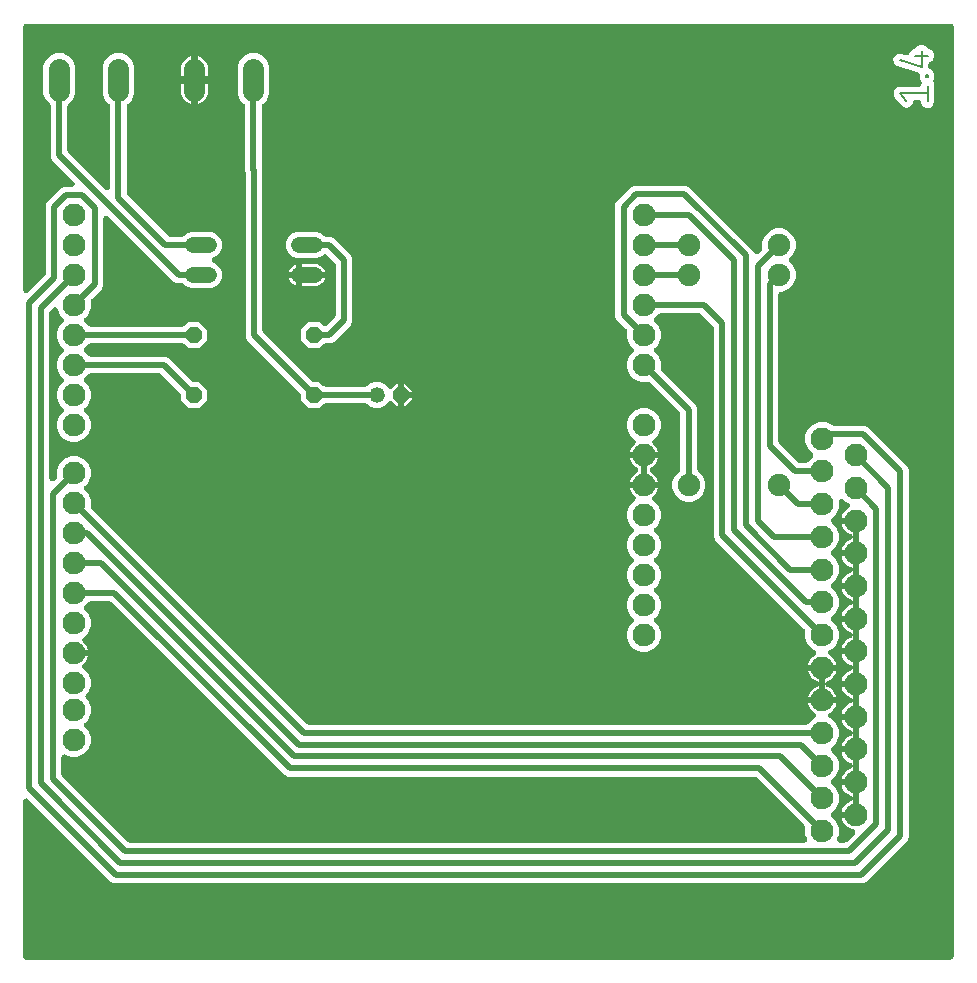
<source format=gbr>
G04 EAGLE Gerber X2 export*
%TF.Part,Single*%
%TF.FileFunction,Copper,L2,Bot,Mixed*%
%TF.FilePolarity,Positive*%
%TF.GenerationSoftware,Autodesk,EAGLE,9.6.2*%
%TF.CreationDate,2020-09-24T10:32:46Z*%
G75*
%MOMM*%
%FSLAX34Y34*%
%LPD*%
%INBottom Copper*%
%AMOC8*
5,1,8,0,0,1.08239X$1,22.5*%
G01*
%ADD10C,0.203200*%
%ADD11C,1.930400*%
%ADD12C,1.790700*%
%ADD13P,1.429621X8X22.500000*%
%ADD14C,1.320800*%
%ADD15C,1.320800*%
%ADD16C,0.508000*%
%ADD17C,1.900000*%

G36*
X-789723Y4576D02*
X-789723Y4576D01*
X-789757Y4574D01*
X-789946Y4596D01*
X-790137Y4613D01*
X-790170Y4622D01*
X-790204Y4626D01*
X-790387Y4681D01*
X-790571Y4731D01*
X-790602Y4746D01*
X-790635Y4756D01*
X-790806Y4843D01*
X-790978Y4925D01*
X-791006Y4945D01*
X-791037Y4960D01*
X-791189Y5076D01*
X-791344Y5187D01*
X-791368Y5212D01*
X-791395Y5232D01*
X-791524Y5372D01*
X-791658Y5509D01*
X-791677Y5538D01*
X-791701Y5564D01*
X-791803Y5725D01*
X-791910Y5882D01*
X-791924Y5914D01*
X-791942Y5943D01*
X-792015Y6120D01*
X-792092Y6294D01*
X-792100Y6328D01*
X-792113Y6360D01*
X-792153Y6547D01*
X-792199Y6732D01*
X-792201Y6766D01*
X-792208Y6800D01*
X-792227Y7112D01*
X-792227Y138498D01*
X-792216Y138627D01*
X-792214Y138758D01*
X-792196Y138851D01*
X-792187Y138947D01*
X-792153Y139072D01*
X-792128Y139200D01*
X-792094Y139289D01*
X-792069Y139381D01*
X-792013Y139498D01*
X-791966Y139620D01*
X-791916Y139702D01*
X-791875Y139788D01*
X-791800Y139893D01*
X-791732Y140004D01*
X-791669Y140076D01*
X-791613Y140154D01*
X-791520Y140245D01*
X-791434Y140342D01*
X-791359Y140401D01*
X-791291Y140468D01*
X-791183Y140541D01*
X-791081Y140621D01*
X-790997Y140666D01*
X-790918Y140720D01*
X-790799Y140772D01*
X-790684Y140834D01*
X-790593Y140863D01*
X-790506Y140902D01*
X-790379Y140933D01*
X-790256Y140973D01*
X-790161Y140986D01*
X-790068Y141009D01*
X-789939Y141017D01*
X-789810Y141034D01*
X-789714Y141031D01*
X-789619Y141036D01*
X-789490Y141021D01*
X-789360Y141016D01*
X-789267Y140995D01*
X-789172Y140984D01*
X-789047Y140947D01*
X-788920Y140918D01*
X-788832Y140882D01*
X-788741Y140854D01*
X-788625Y140795D01*
X-788505Y140745D01*
X-788424Y140693D01*
X-788339Y140650D01*
X-788236Y140571D01*
X-788127Y140501D01*
X-788029Y140414D01*
X-787981Y140378D01*
X-787950Y140345D01*
X-787892Y140294D01*
X-720127Y72528D01*
X-717769Y70170D01*
X-715155Y69087D01*
X-81455Y69087D01*
X-78841Y70170D01*
X-43500Y105511D01*
X-42417Y108125D01*
X-42417Y419245D01*
X-43500Y421859D01*
X-45858Y424217D01*
X-74893Y453252D01*
X-77251Y455610D01*
X-79865Y456693D01*
X-105832Y456693D01*
X-105996Y456707D01*
X-106160Y456714D01*
X-106220Y456727D01*
X-106281Y456733D01*
X-106439Y456776D01*
X-106600Y456812D01*
X-106656Y456835D01*
X-106715Y456851D01*
X-106863Y456922D01*
X-107015Y456985D01*
X-107067Y457018D01*
X-107122Y457045D01*
X-107255Y457140D01*
X-107393Y457230D01*
X-107451Y457281D01*
X-107488Y457307D01*
X-107530Y457350D01*
X-107628Y457436D01*
X-107766Y457575D01*
X-112995Y459741D01*
X-118653Y459741D01*
X-123882Y457575D01*
X-127883Y453574D01*
X-130049Y448345D01*
X-130049Y442687D01*
X-127883Y437458D01*
X-123893Y433469D01*
X-123871Y433442D01*
X-123845Y433419D01*
X-123727Y433270D01*
X-123604Y433123D01*
X-123587Y433093D01*
X-123566Y433066D01*
X-123476Y432898D01*
X-123381Y432732D01*
X-123370Y432700D01*
X-123353Y432669D01*
X-123294Y432488D01*
X-123230Y432308D01*
X-123225Y432274D01*
X-123214Y432241D01*
X-123188Y432052D01*
X-123157Y431864D01*
X-123157Y431829D01*
X-123153Y431795D01*
X-123160Y431604D01*
X-123163Y431413D01*
X-123169Y431379D01*
X-123171Y431345D01*
X-123212Y431159D01*
X-123248Y430971D01*
X-123261Y430939D01*
X-123268Y430905D01*
X-123342Y430730D01*
X-123411Y430551D01*
X-123429Y430522D01*
X-123442Y430490D01*
X-123545Y430330D01*
X-123645Y430167D01*
X-123668Y430141D01*
X-123686Y430112D01*
X-123893Y429877D01*
X-128084Y425686D01*
X-128210Y425581D01*
X-128331Y425469D01*
X-128383Y425437D01*
X-128430Y425398D01*
X-128572Y425316D01*
X-128711Y425228D01*
X-128768Y425204D01*
X-128821Y425174D01*
X-128976Y425119D01*
X-129128Y425057D01*
X-129187Y425044D01*
X-129245Y425023D01*
X-129407Y424997D01*
X-129568Y424962D01*
X-129645Y424957D01*
X-129689Y424950D01*
X-129750Y424951D01*
X-129880Y424943D01*
X-134686Y424943D01*
X-134850Y424957D01*
X-135014Y424964D01*
X-135074Y424977D01*
X-135135Y424983D01*
X-135293Y425026D01*
X-135454Y425062D01*
X-135510Y425085D01*
X-135569Y425101D01*
X-135717Y425172D01*
X-135869Y425235D01*
X-135921Y425268D01*
X-135976Y425295D01*
X-136109Y425390D01*
X-136247Y425480D01*
X-136305Y425531D01*
X-136342Y425557D01*
X-136384Y425600D01*
X-136482Y425686D01*
X-152164Y441368D01*
X-152269Y441495D01*
X-152381Y441616D01*
X-152413Y441667D01*
X-152452Y441714D01*
X-152534Y441857D01*
X-152622Y441995D01*
X-152646Y442052D01*
X-152676Y442105D01*
X-152731Y442260D01*
X-152793Y442412D01*
X-152806Y442472D01*
X-152827Y442529D01*
X-152853Y442691D01*
X-152888Y442852D01*
X-152893Y442929D01*
X-152900Y442973D01*
X-152899Y443034D01*
X-152907Y443164D01*
X-152907Y567588D01*
X-152904Y567623D01*
X-152906Y567657D01*
X-152884Y567846D01*
X-152867Y568037D01*
X-152858Y568070D01*
X-152854Y568104D01*
X-152799Y568287D01*
X-152749Y568471D01*
X-152734Y568502D01*
X-152724Y568535D01*
X-152637Y568706D01*
X-152555Y568878D01*
X-152535Y568906D01*
X-152520Y568937D01*
X-152404Y569089D01*
X-152293Y569244D01*
X-152268Y569268D01*
X-152248Y569295D01*
X-152108Y569424D01*
X-151971Y569558D01*
X-151942Y569577D01*
X-151916Y569601D01*
X-151755Y569703D01*
X-151598Y569810D01*
X-151566Y569824D01*
X-151537Y569842D01*
X-151360Y569915D01*
X-151186Y569992D01*
X-151152Y570000D01*
X-151120Y570013D01*
X-150933Y570053D01*
X-150748Y570099D01*
X-150714Y570101D01*
X-150680Y570108D01*
X-150368Y570127D01*
X-149601Y570127D01*
X-144428Y572270D01*
X-140470Y576228D01*
X-138327Y581401D01*
X-138327Y586999D01*
X-140470Y592172D01*
X-143403Y595104D01*
X-143425Y595131D01*
X-143451Y595154D01*
X-143569Y595303D01*
X-143692Y595450D01*
X-143709Y595480D01*
X-143730Y595507D01*
X-143820Y595675D01*
X-143915Y595841D01*
X-143926Y595873D01*
X-143943Y595904D01*
X-144002Y596085D01*
X-144066Y596265D01*
X-144071Y596299D01*
X-144082Y596332D01*
X-144108Y596521D01*
X-144139Y596709D01*
X-144139Y596744D01*
X-144143Y596778D01*
X-144136Y596969D01*
X-144133Y597159D01*
X-144126Y597194D01*
X-144125Y597228D01*
X-144084Y597414D01*
X-144048Y597602D01*
X-144035Y597634D01*
X-144028Y597668D01*
X-143954Y597844D01*
X-143885Y598022D01*
X-143867Y598051D01*
X-143854Y598083D01*
X-143750Y598244D01*
X-143651Y598406D01*
X-143628Y598432D01*
X-143610Y598461D01*
X-143403Y598696D01*
X-140470Y601628D01*
X-138327Y606801D01*
X-138327Y612399D01*
X-140470Y617572D01*
X-144428Y621530D01*
X-149601Y623673D01*
X-155199Y623673D01*
X-160372Y621530D01*
X-164330Y617572D01*
X-166473Y612399D01*
X-166473Y606638D01*
X-166487Y606474D01*
X-166494Y606310D01*
X-166507Y606250D01*
X-166513Y606189D01*
X-166556Y606031D01*
X-166592Y605870D01*
X-166615Y605814D01*
X-166631Y605755D01*
X-166702Y605607D01*
X-166765Y605455D01*
X-166798Y605403D01*
X-166825Y605348D01*
X-166920Y605215D01*
X-167010Y605077D01*
X-167061Y605019D01*
X-167087Y604982D01*
X-167130Y604940D01*
X-167216Y604842D01*
X-169576Y602483D01*
X-169639Y602430D01*
X-169696Y602371D01*
X-169811Y602286D01*
X-169921Y602194D01*
X-169992Y602154D01*
X-170059Y602105D01*
X-170188Y602042D01*
X-170312Y601971D01*
X-170389Y601944D01*
X-170464Y601907D01*
X-170601Y601868D01*
X-170736Y601820D01*
X-170818Y601807D01*
X-170897Y601784D01*
X-171039Y601770D01*
X-171180Y601747D01*
X-171263Y601748D01*
X-171345Y601740D01*
X-171487Y601751D01*
X-171631Y601753D01*
X-171712Y601769D01*
X-171794Y601775D01*
X-171932Y601811D01*
X-172073Y601838D01*
X-172150Y601868D01*
X-172229Y601889D01*
X-172359Y601949D01*
X-172493Y602001D01*
X-172563Y602044D01*
X-172638Y602078D01*
X-172755Y602160D01*
X-172877Y602235D01*
X-172939Y602289D01*
X-173007Y602337D01*
X-173108Y602438D01*
X-173215Y602533D01*
X-173266Y602597D01*
X-173324Y602656D01*
X-173406Y602774D01*
X-173494Y602886D01*
X-173533Y602959D01*
X-173580Y603026D01*
X-173688Y603248D01*
X-173707Y603283D01*
X-173710Y603293D01*
X-173717Y603307D01*
X-174310Y604739D01*
X-176668Y607097D01*
X-226023Y656452D01*
X-228381Y658810D01*
X-230995Y659893D01*
X-274785Y659893D01*
X-277399Y658810D01*
X-290035Y646174D01*
X-291118Y643560D01*
X-291118Y549290D01*
X-290035Y546676D01*
X-281668Y538310D01*
X-281563Y538183D01*
X-281451Y538062D01*
X-281419Y538011D01*
X-281380Y537964D01*
X-281298Y537821D01*
X-281210Y537683D01*
X-281186Y537626D01*
X-281156Y537573D01*
X-281101Y537418D01*
X-281039Y537266D01*
X-281026Y537207D01*
X-281005Y537149D01*
X-280979Y536987D01*
X-280944Y536826D01*
X-280939Y536749D01*
X-280932Y536705D01*
X-280933Y536644D01*
X-280925Y536514D01*
X-280925Y530571D01*
X-278759Y525342D01*
X-275912Y522496D01*
X-275890Y522469D01*
X-275864Y522446D01*
X-275746Y522297D01*
X-275623Y522150D01*
X-275606Y522120D01*
X-275585Y522093D01*
X-275495Y521925D01*
X-275400Y521759D01*
X-275389Y521727D01*
X-275372Y521696D01*
X-275313Y521515D01*
X-275249Y521335D01*
X-275244Y521301D01*
X-275233Y521268D01*
X-275207Y521079D01*
X-275176Y520891D01*
X-275176Y520856D01*
X-275172Y520822D01*
X-275179Y520631D01*
X-275182Y520440D01*
X-275188Y520406D01*
X-275190Y520372D01*
X-275231Y520186D01*
X-275267Y519998D01*
X-275280Y519966D01*
X-275287Y519932D01*
X-275361Y519757D01*
X-275430Y519578D01*
X-275448Y519549D01*
X-275461Y519517D01*
X-275564Y519357D01*
X-275664Y519194D01*
X-275687Y519168D01*
X-275705Y519139D01*
X-275912Y518904D01*
X-278759Y516058D01*
X-280925Y510829D01*
X-280925Y505171D01*
X-278759Y499942D01*
X-274758Y495941D01*
X-269529Y493775D01*
X-263586Y493775D01*
X-263422Y493761D01*
X-263258Y493754D01*
X-263198Y493741D01*
X-263137Y493735D01*
X-262979Y493692D01*
X-262818Y493656D01*
X-262762Y493633D01*
X-262703Y493617D01*
X-262555Y493546D01*
X-262403Y493483D01*
X-262351Y493450D01*
X-262296Y493423D01*
X-262163Y493328D01*
X-262025Y493238D01*
X-261967Y493187D01*
X-261930Y493161D01*
X-261888Y493118D01*
X-261790Y493032D01*
X-236558Y467800D01*
X-236453Y467673D01*
X-236341Y467552D01*
X-236309Y467501D01*
X-236270Y467454D01*
X-236188Y467311D01*
X-236100Y467173D01*
X-236076Y467116D01*
X-236046Y467063D01*
X-235991Y466908D01*
X-235929Y466756D01*
X-235916Y466696D01*
X-235895Y466639D01*
X-235869Y466477D01*
X-235834Y466316D01*
X-235829Y466239D01*
X-235822Y466195D01*
X-235823Y466134D01*
X-235815Y466004D01*
X-235815Y420241D01*
X-235829Y420077D01*
X-235836Y419913D01*
X-235849Y419853D01*
X-235855Y419792D01*
X-235898Y419634D01*
X-235934Y419473D01*
X-235957Y419417D01*
X-235973Y419358D01*
X-236044Y419210D01*
X-236107Y419058D01*
X-236140Y419006D01*
X-236167Y418951D01*
X-236262Y418818D01*
X-236352Y418680D01*
X-236403Y418622D01*
X-236429Y418585D01*
X-236472Y418543D01*
X-236558Y418445D01*
X-240632Y414372D01*
X-242775Y409199D01*
X-242775Y403601D01*
X-240632Y398428D01*
X-236674Y394470D01*
X-231501Y392327D01*
X-225903Y392327D01*
X-220730Y394470D01*
X-216772Y398428D01*
X-214629Y403601D01*
X-214629Y409199D01*
X-216772Y414372D01*
X-220846Y418445D01*
X-220951Y418572D01*
X-221063Y418692D01*
X-221095Y418744D01*
X-221134Y418791D01*
X-221216Y418933D01*
X-221304Y419072D01*
X-221328Y419129D01*
X-221358Y419182D01*
X-221413Y419337D01*
X-221475Y419489D01*
X-221488Y419548D01*
X-221509Y419606D01*
X-221535Y419768D01*
X-221570Y419929D01*
X-221575Y420006D01*
X-221582Y420050D01*
X-221581Y420111D01*
X-221589Y420241D01*
X-221589Y471417D01*
X-222672Y474031D01*
X-225030Y476389D01*
X-251732Y503090D01*
X-251837Y503217D01*
X-251949Y503338D01*
X-251981Y503389D01*
X-252020Y503436D01*
X-252102Y503578D01*
X-252190Y503717D01*
X-252214Y503774D01*
X-252244Y503827D01*
X-252299Y503982D01*
X-252361Y504134D01*
X-252374Y504193D01*
X-252395Y504251D01*
X-252421Y504413D01*
X-252456Y504574D01*
X-252461Y504651D01*
X-252468Y504695D01*
X-252467Y504756D01*
X-252475Y504886D01*
X-252475Y510829D01*
X-254641Y516058D01*
X-257488Y518904D01*
X-257510Y518931D01*
X-257536Y518954D01*
X-257654Y519103D01*
X-257777Y519250D01*
X-257794Y519280D01*
X-257815Y519307D01*
X-257905Y519475D01*
X-258000Y519641D01*
X-258012Y519673D01*
X-258028Y519704D01*
X-258087Y519885D01*
X-258151Y520065D01*
X-258156Y520099D01*
X-258167Y520132D01*
X-258193Y520321D01*
X-258224Y520509D01*
X-258224Y520544D01*
X-258228Y520578D01*
X-258221Y520769D01*
X-258218Y520959D01*
X-258212Y520994D01*
X-258210Y521028D01*
X-258169Y521214D01*
X-258133Y521402D01*
X-258120Y521434D01*
X-258113Y521468D01*
X-258039Y521644D01*
X-257970Y521822D01*
X-257952Y521851D01*
X-257939Y521883D01*
X-257835Y522044D01*
X-257736Y522206D01*
X-257713Y522232D01*
X-257695Y522261D01*
X-257488Y522496D01*
X-254641Y525342D01*
X-252475Y530571D01*
X-252475Y536229D01*
X-254641Y541458D01*
X-257488Y544304D01*
X-257510Y544331D01*
X-257536Y544354D01*
X-257654Y544503D01*
X-257777Y544650D01*
X-257794Y544680D01*
X-257815Y544707D01*
X-257905Y544875D01*
X-258000Y545041D01*
X-258011Y545073D01*
X-258028Y545104D01*
X-258087Y545285D01*
X-258151Y545465D01*
X-258156Y545499D01*
X-258167Y545532D01*
X-258193Y545721D01*
X-258224Y545909D01*
X-258224Y545944D01*
X-258228Y545978D01*
X-258221Y546169D01*
X-258218Y546360D01*
X-258212Y546394D01*
X-258210Y546428D01*
X-258169Y546614D01*
X-258133Y546802D01*
X-258120Y546834D01*
X-258113Y546868D01*
X-258039Y547044D01*
X-257970Y547222D01*
X-257952Y547251D01*
X-257939Y547283D01*
X-257835Y547443D01*
X-257736Y547606D01*
X-257713Y547632D01*
X-257695Y547661D01*
X-257488Y547896D01*
X-254440Y550944D01*
X-254313Y551049D01*
X-254193Y551161D01*
X-254141Y551193D01*
X-254094Y551232D01*
X-253952Y551314D01*
X-253813Y551402D01*
X-253756Y551426D01*
X-253703Y551456D01*
X-253548Y551511D01*
X-253396Y551573D01*
X-253337Y551586D01*
X-253279Y551607D01*
X-253117Y551633D01*
X-252956Y551668D01*
X-252879Y551673D01*
X-252835Y551680D01*
X-252774Y551679D01*
X-252644Y551687D01*
X-219898Y551687D01*
X-219734Y551673D01*
X-219570Y551666D01*
X-219510Y551653D01*
X-219449Y551647D01*
X-219291Y551604D01*
X-219130Y551568D01*
X-219074Y551545D01*
X-219015Y551529D01*
X-218867Y551458D01*
X-218715Y551395D01*
X-218663Y551362D01*
X-218608Y551335D01*
X-218475Y551240D01*
X-218337Y551150D01*
X-218279Y551099D01*
X-218242Y551073D01*
X-218200Y551030D01*
X-218102Y550944D01*
X-208516Y541358D01*
X-208411Y541231D01*
X-208299Y541110D01*
X-208267Y541059D01*
X-208228Y541012D01*
X-208146Y540869D01*
X-208058Y540731D01*
X-208034Y540674D01*
X-208004Y540621D01*
X-207949Y540466D01*
X-207887Y540314D01*
X-207874Y540254D01*
X-207853Y540197D01*
X-207827Y540035D01*
X-207792Y539874D01*
X-207787Y539797D01*
X-207780Y539753D01*
X-207781Y539692D01*
X-207773Y539562D01*
X-207773Y362821D01*
X-206690Y360207D01*
X-130792Y284310D01*
X-130687Y284183D01*
X-130575Y284062D01*
X-130543Y284011D01*
X-130504Y283964D01*
X-130422Y283821D01*
X-130334Y283683D01*
X-130310Y283626D01*
X-130280Y283573D01*
X-130225Y283418D01*
X-130163Y283266D01*
X-130150Y283206D01*
X-130129Y283149D01*
X-130103Y282987D01*
X-130068Y282826D01*
X-130063Y282749D01*
X-130056Y282705D01*
X-130057Y282644D01*
X-130049Y282514D01*
X-130049Y276571D01*
X-127883Y271342D01*
X-123882Y267341D01*
X-122423Y266737D01*
X-122396Y266722D01*
X-122367Y266713D01*
X-122197Y266618D01*
X-122024Y266528D01*
X-122000Y266509D01*
X-121973Y266495D01*
X-121822Y266372D01*
X-121668Y266252D01*
X-121647Y266230D01*
X-121624Y266210D01*
X-121497Y266063D01*
X-121366Y265918D01*
X-121350Y265892D01*
X-121330Y265869D01*
X-121231Y265701D01*
X-121128Y265536D01*
X-121117Y265508D01*
X-121101Y265481D01*
X-121034Y265298D01*
X-120962Y265118D01*
X-120956Y265088D01*
X-120945Y265059D01*
X-120911Y264868D01*
X-120872Y264676D01*
X-120871Y264646D01*
X-120865Y264616D01*
X-120865Y264421D01*
X-120861Y264226D01*
X-120865Y264196D01*
X-120865Y264165D01*
X-120900Y263973D01*
X-120930Y263781D01*
X-120940Y263752D01*
X-120945Y263722D01*
X-121013Y263539D01*
X-121076Y263355D01*
X-121091Y263329D01*
X-121101Y263300D01*
X-121201Y263132D01*
X-121295Y262962D01*
X-121315Y262939D01*
X-121330Y262912D01*
X-121457Y262765D01*
X-121581Y262614D01*
X-121604Y262594D01*
X-121624Y262571D01*
X-121775Y262448D01*
X-121923Y262321D01*
X-121949Y262306D01*
X-121973Y262287D01*
X-122198Y262154D01*
X-123767Y261014D01*
X-125124Y259657D01*
X-126252Y258104D01*
X-127124Y256394D01*
X-127716Y254569D01*
X-127767Y254253D01*
X-115824Y254253D01*
X-103881Y254253D01*
X-103932Y254569D01*
X-104524Y256394D01*
X-105396Y258104D01*
X-106524Y259657D01*
X-107881Y261014D01*
X-109443Y262149D01*
X-109460Y262156D01*
X-109623Y262264D01*
X-109787Y262367D01*
X-109810Y262388D01*
X-109835Y262404D01*
X-109976Y262539D01*
X-110121Y262670D01*
X-110139Y262694D01*
X-110161Y262715D01*
X-110276Y262872D01*
X-110395Y263027D01*
X-110409Y263054D01*
X-110427Y263078D01*
X-110513Y263254D01*
X-110602Y263426D01*
X-110611Y263456D01*
X-110625Y263483D01*
X-110678Y263671D01*
X-110736Y263857D01*
X-110740Y263887D01*
X-110748Y263916D01*
X-110767Y264110D01*
X-110791Y264303D01*
X-110789Y264334D01*
X-110792Y264364D01*
X-110777Y264559D01*
X-110767Y264753D01*
X-110760Y264783D01*
X-110757Y264813D01*
X-110708Y265002D01*
X-110663Y265191D01*
X-110651Y265219D01*
X-110643Y265249D01*
X-110561Y265426D01*
X-110484Y265604D01*
X-110467Y265630D01*
X-110454Y265657D01*
X-110342Y265817D01*
X-110234Y265979D01*
X-110213Y266001D01*
X-110196Y266026D01*
X-110058Y266163D01*
X-109923Y266304D01*
X-109898Y266322D01*
X-109876Y266344D01*
X-109716Y266454D01*
X-109559Y266569D01*
X-109531Y266582D01*
X-109506Y266599D01*
X-109225Y266737D01*
X-107766Y267341D01*
X-103765Y271342D01*
X-101599Y276571D01*
X-101599Y282229D01*
X-103765Y287458D01*
X-107755Y291447D01*
X-107777Y291474D01*
X-107803Y291497D01*
X-107921Y291646D01*
X-108044Y291793D01*
X-108061Y291823D01*
X-108082Y291850D01*
X-108172Y292018D01*
X-108267Y292184D01*
X-108279Y292216D01*
X-108295Y292247D01*
X-108354Y292428D01*
X-108418Y292608D01*
X-108423Y292642D01*
X-108434Y292675D01*
X-108460Y292864D01*
X-108491Y293052D01*
X-108491Y293087D01*
X-108495Y293121D01*
X-108488Y293312D01*
X-108485Y293502D01*
X-108479Y293537D01*
X-108477Y293571D01*
X-108436Y293757D01*
X-108400Y293945D01*
X-108387Y293977D01*
X-108380Y294011D01*
X-108306Y294187D01*
X-108237Y294365D01*
X-108219Y294394D01*
X-108206Y294426D01*
X-108102Y294586D01*
X-108003Y294749D01*
X-107980Y294775D01*
X-107962Y294804D01*
X-107755Y295039D01*
X-103765Y299028D01*
X-101599Y304257D01*
X-101599Y309915D01*
X-103765Y315144D01*
X-107755Y319133D01*
X-107777Y319160D01*
X-107803Y319183D01*
X-107921Y319332D01*
X-108044Y319479D01*
X-108061Y319509D01*
X-108082Y319536D01*
X-108172Y319704D01*
X-108267Y319870D01*
X-108279Y319902D01*
X-108295Y319933D01*
X-108354Y320114D01*
X-108418Y320294D01*
X-108423Y320328D01*
X-108434Y320361D01*
X-108460Y320550D01*
X-108491Y320738D01*
X-108491Y320773D01*
X-108495Y320807D01*
X-108488Y320998D01*
X-108485Y321188D01*
X-108479Y321223D01*
X-108477Y321257D01*
X-108436Y321443D01*
X-108400Y321631D01*
X-108387Y321663D01*
X-108380Y321697D01*
X-108306Y321873D01*
X-108237Y322051D01*
X-108219Y322080D01*
X-108206Y322112D01*
X-108102Y322272D01*
X-108003Y322435D01*
X-107980Y322461D01*
X-107962Y322490D01*
X-107755Y322725D01*
X-103765Y326714D01*
X-101599Y331943D01*
X-101599Y337601D01*
X-103765Y342830D01*
X-107755Y346819D01*
X-107777Y346846D01*
X-107803Y346869D01*
X-107921Y347018D01*
X-108044Y347165D01*
X-108061Y347195D01*
X-108082Y347222D01*
X-108172Y347390D01*
X-108267Y347556D01*
X-108279Y347588D01*
X-108295Y347619D01*
X-108354Y347800D01*
X-108418Y347980D01*
X-108423Y348014D01*
X-108434Y348047D01*
X-108460Y348236D01*
X-108491Y348424D01*
X-108491Y348459D01*
X-108495Y348493D01*
X-108488Y348684D01*
X-108485Y348874D01*
X-108479Y348909D01*
X-108477Y348943D01*
X-108436Y349129D01*
X-108400Y349317D01*
X-108387Y349349D01*
X-108380Y349383D01*
X-108306Y349559D01*
X-108237Y349737D01*
X-108219Y349766D01*
X-108206Y349798D01*
X-108102Y349958D01*
X-108003Y350121D01*
X-107980Y350147D01*
X-107962Y350176D01*
X-107755Y350411D01*
X-103765Y354400D01*
X-101599Y359629D01*
X-101599Y365287D01*
X-103765Y370516D01*
X-107755Y374505D01*
X-107777Y374532D01*
X-107803Y374555D01*
X-107921Y374704D01*
X-108044Y374851D01*
X-108061Y374881D01*
X-108082Y374908D01*
X-108172Y375076D01*
X-108267Y375242D01*
X-108279Y375274D01*
X-108295Y375305D01*
X-108354Y375486D01*
X-108418Y375666D01*
X-108423Y375700D01*
X-108434Y375733D01*
X-108460Y375922D01*
X-108491Y376110D01*
X-108491Y376145D01*
X-108495Y376179D01*
X-108488Y376370D01*
X-108485Y376560D01*
X-108479Y376595D01*
X-108477Y376629D01*
X-108436Y376815D01*
X-108400Y377003D01*
X-108387Y377035D01*
X-108380Y377069D01*
X-108306Y377245D01*
X-108237Y377423D01*
X-108219Y377452D01*
X-108206Y377484D01*
X-108102Y377644D01*
X-108003Y377807D01*
X-107980Y377833D01*
X-107962Y377862D01*
X-107755Y378097D01*
X-103765Y382086D01*
X-101599Y387315D01*
X-101599Y391963D01*
X-101588Y392093D01*
X-101586Y392223D01*
X-101568Y392316D01*
X-101559Y392412D01*
X-101525Y392537D01*
X-101500Y392665D01*
X-101466Y392754D01*
X-101441Y392846D01*
X-101385Y392963D01*
X-101338Y393085D01*
X-101288Y393167D01*
X-101247Y393253D01*
X-101172Y393358D01*
X-101104Y393470D01*
X-101041Y393541D01*
X-100985Y393619D01*
X-100892Y393709D01*
X-100806Y393807D01*
X-100731Y393866D01*
X-100663Y393933D01*
X-100555Y394006D01*
X-100453Y394086D01*
X-100369Y394131D01*
X-100290Y394185D01*
X-100171Y394238D01*
X-100056Y394299D01*
X-99965Y394328D01*
X-99878Y394367D01*
X-99751Y394398D01*
X-99628Y394438D01*
X-99533Y394451D01*
X-99440Y394474D01*
X-99311Y394482D01*
X-99182Y394500D01*
X-99086Y394496D01*
X-98991Y394501D01*
X-98862Y394486D01*
X-98732Y394481D01*
X-98639Y394460D01*
X-98544Y394449D01*
X-98419Y394412D01*
X-98292Y394384D01*
X-98204Y394347D01*
X-98113Y394319D01*
X-97997Y394260D01*
X-97877Y394210D01*
X-97797Y394158D01*
X-97711Y394115D01*
X-97608Y394036D01*
X-97499Y393966D01*
X-97401Y393880D01*
X-97353Y393843D01*
X-97322Y393810D01*
X-97264Y393759D01*
X-95434Y391928D01*
X-93975Y391324D01*
X-93948Y391310D01*
X-93919Y391300D01*
X-93748Y391205D01*
X-93576Y391115D01*
X-93552Y391097D01*
X-93525Y391082D01*
X-93374Y390959D01*
X-93220Y390839D01*
X-93200Y390817D01*
X-93176Y390798D01*
X-93049Y390650D01*
X-92918Y390505D01*
X-92902Y390479D01*
X-92882Y390456D01*
X-92783Y390288D01*
X-92680Y390123D01*
X-92669Y390095D01*
X-92654Y390069D01*
X-92586Y389885D01*
X-92514Y389705D01*
X-92508Y389675D01*
X-92497Y389646D01*
X-92462Y389454D01*
X-92424Y389263D01*
X-92423Y389233D01*
X-92417Y389203D01*
X-92417Y389009D01*
X-92413Y388813D01*
X-92417Y388783D01*
X-92417Y388753D01*
X-92452Y388562D01*
X-92482Y388368D01*
X-92491Y388339D01*
X-92497Y388310D01*
X-92564Y388128D01*
X-92628Y387943D01*
X-92643Y387916D01*
X-92653Y387888D01*
X-92752Y387719D01*
X-92847Y387549D01*
X-92866Y387526D01*
X-92882Y387500D01*
X-93009Y387351D01*
X-93133Y387201D01*
X-93156Y387181D01*
X-93175Y387158D01*
X-93326Y387035D01*
X-93475Y386908D01*
X-93501Y386893D01*
X-93525Y386874D01*
X-93750Y386741D01*
X-95319Y385601D01*
X-96676Y384244D01*
X-97804Y382691D01*
X-98676Y380981D01*
X-99268Y379156D01*
X-99319Y378840D01*
X-87376Y378840D01*
X-87342Y378837D01*
X-87307Y378839D01*
X-87118Y378817D01*
X-86928Y378800D01*
X-86894Y378791D01*
X-86860Y378787D01*
X-86677Y378732D01*
X-86493Y378682D01*
X-86462Y378667D01*
X-86429Y378657D01*
X-86258Y378570D01*
X-86087Y378489D01*
X-86059Y378468D01*
X-86028Y378453D01*
X-85876Y378337D01*
X-85721Y378226D01*
X-85720Y378226D01*
X-85696Y378201D01*
X-85669Y378181D01*
X-85669Y378180D01*
X-85668Y378180D01*
X-85539Y378040D01*
X-85406Y377903D01*
X-85387Y377875D01*
X-85363Y377849D01*
X-85261Y377688D01*
X-85154Y377530D01*
X-85140Y377499D01*
X-85121Y377469D01*
X-85049Y377293D01*
X-84972Y377118D01*
X-84964Y377085D01*
X-84951Y377053D01*
X-84910Y376866D01*
X-84865Y376681D01*
X-84863Y376647D01*
X-84856Y376613D01*
X-84837Y376301D01*
X-84837Y348615D01*
X-84837Y320929D01*
X-84837Y293243D01*
X-84837Y265557D01*
X-84837Y237871D01*
X-84837Y210185D01*
X-84837Y182499D01*
X-84837Y154813D01*
X-84837Y127127D01*
X-84840Y127093D01*
X-84838Y127058D01*
X-84860Y126869D01*
X-84876Y126679D01*
X-84886Y126645D01*
X-84890Y126611D01*
X-84945Y126428D01*
X-84995Y126244D01*
X-85010Y126213D01*
X-85020Y126180D01*
X-85107Y126009D01*
X-85188Y125838D01*
X-85209Y125810D01*
X-85224Y125779D01*
X-85339Y125627D01*
X-85451Y125472D01*
X-85451Y125471D01*
X-85475Y125447D01*
X-85496Y125420D01*
X-85497Y125420D01*
X-85497Y125419D01*
X-85637Y125290D01*
X-85774Y125157D01*
X-85802Y125138D01*
X-85828Y125114D01*
X-85989Y125012D01*
X-86147Y124905D01*
X-86178Y124891D01*
X-86208Y124872D01*
X-86384Y124800D01*
X-86559Y124723D01*
X-86592Y124715D01*
X-86624Y124702D01*
X-86811Y124661D01*
X-86996Y124616D01*
X-87030Y124614D01*
X-87064Y124607D01*
X-87376Y124588D01*
X-99319Y124588D01*
X-99268Y124272D01*
X-98676Y122447D01*
X-97804Y120737D01*
X-96676Y119184D01*
X-95319Y117827D01*
X-93766Y116699D01*
X-92056Y115827D01*
X-90231Y115235D01*
X-89821Y115170D01*
X-89670Y115132D01*
X-89517Y115102D01*
X-89452Y115077D01*
X-89384Y115060D01*
X-89243Y114996D01*
X-89097Y114940D01*
X-89037Y114904D01*
X-88974Y114875D01*
X-88845Y114787D01*
X-88712Y114706D01*
X-88660Y114660D01*
X-88603Y114620D01*
X-88492Y114511D01*
X-88375Y114408D01*
X-88331Y114353D01*
X-88282Y114304D01*
X-88192Y114177D01*
X-88095Y114054D01*
X-88062Y113993D01*
X-88022Y113936D01*
X-87956Y113795D01*
X-87883Y113658D01*
X-87861Y113591D01*
X-87832Y113528D01*
X-87792Y113378D01*
X-87743Y113229D01*
X-87734Y113161D01*
X-87716Y113093D01*
X-87703Y112938D01*
X-87682Y112783D01*
X-87685Y112714D01*
X-87679Y112645D01*
X-87694Y112489D01*
X-87700Y112333D01*
X-87715Y112266D01*
X-87722Y112196D01*
X-87764Y112046D01*
X-87798Y111894D01*
X-87825Y111830D01*
X-87844Y111763D01*
X-87911Y111622D01*
X-87972Y111478D01*
X-88009Y111420D01*
X-88040Y111357D01*
X-88131Y111231D01*
X-88216Y111100D01*
X-88275Y111033D01*
X-88304Y110993D01*
X-88346Y110953D01*
X-88423Y110866D01*
X-94912Y104376D01*
X-95039Y104271D01*
X-95160Y104159D01*
X-95211Y104127D01*
X-95258Y104088D01*
X-95401Y104006D01*
X-95539Y103918D01*
X-95596Y103894D01*
X-95649Y103864D01*
X-95804Y103809D01*
X-95956Y103747D01*
X-96016Y103734D01*
X-96073Y103713D01*
X-96235Y103687D01*
X-96396Y103652D01*
X-96473Y103647D01*
X-96517Y103640D01*
X-96578Y103641D01*
X-96708Y103633D01*
X-100625Y103633D01*
X-100707Y103640D01*
X-100789Y103638D01*
X-100930Y103660D01*
X-101073Y103673D01*
X-101153Y103694D01*
X-101234Y103707D01*
X-101369Y103753D01*
X-101508Y103791D01*
X-101582Y103827D01*
X-101660Y103853D01*
X-101785Y103923D01*
X-101914Y103985D01*
X-101981Y104032D01*
X-102053Y104073D01*
X-102164Y104163D01*
X-102280Y104247D01*
X-102338Y104306D01*
X-102401Y104358D01*
X-102494Y104467D01*
X-102594Y104569D01*
X-102641Y104638D01*
X-102694Y104700D01*
X-102766Y104824D01*
X-102846Y104942D01*
X-102880Y105018D01*
X-102921Y105089D01*
X-102971Y105223D01*
X-103029Y105354D01*
X-103048Y105434D01*
X-103077Y105512D01*
X-103101Y105653D01*
X-103135Y105792D01*
X-103140Y105874D01*
X-103155Y105955D01*
X-103154Y106098D01*
X-103163Y106241D01*
X-103153Y106323D01*
X-103153Y106405D01*
X-103128Y106546D01*
X-103111Y106688D01*
X-103087Y106767D01*
X-103072Y106848D01*
X-102992Y107082D01*
X-102981Y107119D01*
X-102976Y107129D01*
X-102971Y107144D01*
X-101599Y110455D01*
X-101599Y116113D01*
X-103765Y121342D01*
X-107755Y125331D01*
X-107777Y125358D01*
X-107803Y125381D01*
X-107921Y125530D01*
X-108044Y125677D01*
X-108061Y125707D01*
X-108082Y125734D01*
X-108172Y125902D01*
X-108267Y126068D01*
X-108279Y126100D01*
X-108295Y126131D01*
X-108354Y126312D01*
X-108418Y126492D01*
X-108423Y126526D01*
X-108434Y126559D01*
X-108460Y126748D01*
X-108491Y126936D01*
X-108491Y126971D01*
X-108495Y127005D01*
X-108488Y127196D01*
X-108485Y127386D01*
X-108479Y127421D01*
X-108477Y127455D01*
X-108436Y127641D01*
X-108400Y127829D01*
X-108387Y127861D01*
X-108380Y127895D01*
X-108306Y128071D01*
X-108237Y128249D01*
X-108219Y128278D01*
X-108206Y128310D01*
X-108102Y128470D01*
X-108003Y128633D01*
X-107980Y128659D01*
X-107962Y128688D01*
X-107755Y128923D01*
X-103765Y132912D01*
X-101599Y138141D01*
X-101599Y143799D01*
X-103765Y149028D01*
X-107755Y153017D01*
X-107777Y153044D01*
X-107803Y153067D01*
X-107921Y153216D01*
X-108044Y153363D01*
X-108061Y153393D01*
X-108082Y153420D01*
X-108172Y153588D01*
X-108267Y153754D01*
X-108279Y153786D01*
X-108295Y153817D01*
X-108354Y153998D01*
X-108418Y154178D01*
X-108423Y154212D01*
X-108434Y154245D01*
X-108460Y154434D01*
X-108491Y154622D01*
X-108491Y154657D01*
X-108495Y154691D01*
X-108488Y154882D01*
X-108485Y155072D01*
X-108479Y155107D01*
X-108477Y155141D01*
X-108436Y155327D01*
X-108400Y155515D01*
X-108387Y155547D01*
X-108380Y155581D01*
X-108306Y155757D01*
X-108237Y155935D01*
X-108219Y155964D01*
X-108206Y155996D01*
X-108102Y156156D01*
X-108003Y156319D01*
X-107980Y156345D01*
X-107962Y156374D01*
X-107755Y156609D01*
X-103765Y160598D01*
X-101599Y165827D01*
X-101599Y171485D01*
X-103765Y176714D01*
X-107755Y180703D01*
X-107777Y180730D01*
X-107803Y180753D01*
X-107921Y180902D01*
X-108044Y181049D01*
X-108061Y181079D01*
X-108082Y181106D01*
X-108172Y181274D01*
X-108267Y181440D01*
X-108279Y181472D01*
X-108295Y181503D01*
X-108354Y181684D01*
X-108418Y181864D01*
X-108423Y181898D01*
X-108434Y181931D01*
X-108460Y182120D01*
X-108491Y182308D01*
X-108491Y182343D01*
X-108495Y182377D01*
X-108488Y182568D01*
X-108485Y182758D01*
X-108479Y182793D01*
X-108477Y182827D01*
X-108436Y183013D01*
X-108400Y183201D01*
X-108387Y183233D01*
X-108380Y183267D01*
X-108306Y183443D01*
X-108237Y183621D01*
X-108219Y183650D01*
X-108206Y183682D01*
X-108102Y183842D01*
X-108003Y184005D01*
X-107980Y184031D01*
X-107962Y184060D01*
X-107755Y184295D01*
X-103765Y188284D01*
X-101599Y193513D01*
X-101599Y199171D01*
X-103765Y204400D01*
X-107766Y208401D01*
X-109225Y209005D01*
X-109252Y209019D01*
X-109281Y209029D01*
X-109452Y209124D01*
X-109624Y209214D01*
X-109648Y209232D01*
X-109675Y209247D01*
X-109826Y209370D01*
X-109980Y209490D01*
X-110000Y209512D01*
X-110024Y209531D01*
X-110151Y209679D01*
X-110282Y209824D01*
X-110298Y209850D01*
X-110318Y209873D01*
X-110417Y210041D01*
X-110520Y210206D01*
X-110531Y210234D01*
X-110546Y210260D01*
X-110614Y210444D01*
X-110686Y210624D01*
X-110692Y210654D01*
X-110703Y210683D01*
X-110738Y210875D01*
X-110776Y211066D01*
X-110777Y211096D01*
X-110783Y211126D01*
X-110783Y211320D01*
X-110787Y211516D01*
X-110783Y211546D01*
X-110783Y211576D01*
X-110748Y211767D01*
X-110718Y211961D01*
X-110709Y211990D01*
X-110703Y212019D01*
X-110636Y212201D01*
X-110572Y212386D01*
X-110557Y212413D01*
X-110547Y212441D01*
X-110448Y212610D01*
X-110353Y212780D01*
X-110334Y212803D01*
X-110318Y212829D01*
X-110191Y212978D01*
X-110067Y213128D01*
X-110044Y213148D01*
X-110025Y213171D01*
X-109874Y213294D01*
X-109725Y213421D01*
X-109699Y213436D01*
X-109675Y213455D01*
X-109450Y213588D01*
X-107881Y214728D01*
X-106524Y216085D01*
X-105396Y217638D01*
X-104524Y219348D01*
X-103932Y221173D01*
X-103881Y221489D01*
X-115824Y221489D01*
X-127767Y221489D01*
X-127716Y221173D01*
X-127124Y219348D01*
X-126252Y217638D01*
X-125124Y216085D01*
X-123767Y214728D01*
X-122205Y213593D01*
X-122188Y213586D01*
X-122026Y213478D01*
X-121860Y213375D01*
X-121838Y213354D01*
X-121813Y213337D01*
X-121672Y213203D01*
X-121527Y213072D01*
X-121509Y213048D01*
X-121487Y213027D01*
X-121371Y212869D01*
X-121253Y212715D01*
X-121239Y212688D01*
X-121221Y212663D01*
X-121135Y212488D01*
X-121045Y212315D01*
X-121036Y212286D01*
X-121023Y212259D01*
X-120970Y212071D01*
X-120912Y211885D01*
X-120908Y211855D01*
X-120900Y211826D01*
X-120881Y211632D01*
X-120857Y211438D01*
X-120859Y211408D01*
X-120856Y211378D01*
X-120871Y211183D01*
X-120881Y210989D01*
X-120888Y210959D01*
X-120891Y210929D01*
X-120940Y210740D01*
X-120985Y210550D01*
X-120997Y210523D01*
X-121005Y210493D01*
X-121087Y210316D01*
X-121164Y210137D01*
X-121181Y210112D01*
X-121194Y210085D01*
X-121306Y209925D01*
X-121414Y209763D01*
X-121435Y209741D01*
X-121452Y209716D01*
X-121591Y209578D01*
X-121726Y209438D01*
X-121750Y209420D01*
X-121772Y209398D01*
X-121932Y209288D01*
X-122090Y209173D01*
X-122117Y209160D01*
X-122142Y209142D01*
X-122423Y209005D01*
X-123882Y208401D01*
X-128084Y204198D01*
X-128211Y204093D01*
X-128331Y203981D01*
X-128383Y203949D01*
X-128430Y203910D01*
X-128572Y203828D01*
X-128711Y203740D01*
X-128768Y203716D01*
X-128821Y203686D01*
X-128976Y203631D01*
X-129128Y203569D01*
X-129187Y203556D01*
X-129245Y203535D01*
X-129407Y203509D01*
X-129568Y203474D01*
X-129645Y203469D01*
X-129689Y203462D01*
X-129750Y203463D01*
X-129880Y203455D01*
X-550484Y203455D01*
X-550648Y203469D01*
X-550812Y203476D01*
X-550872Y203489D01*
X-550933Y203495D01*
X-551091Y203538D01*
X-551252Y203574D01*
X-551308Y203597D01*
X-551367Y203613D01*
X-551515Y203684D01*
X-551667Y203747D01*
X-551719Y203780D01*
X-551774Y203807D01*
X-551907Y203902D01*
X-552045Y203992D01*
X-552103Y204043D01*
X-552140Y204069D01*
X-552182Y204112D01*
X-552280Y204198D01*
X-734332Y386250D01*
X-734423Y386359D01*
X-734459Y386397D01*
X-734469Y386411D01*
X-734549Y386498D01*
X-734581Y386549D01*
X-734620Y386596D01*
X-734702Y386738D01*
X-734790Y386877D01*
X-734814Y386934D01*
X-734844Y386987D01*
X-734899Y387142D01*
X-734961Y387294D01*
X-734974Y387353D01*
X-734995Y387411D01*
X-735021Y387573D01*
X-735056Y387734D01*
X-735061Y387811D01*
X-735068Y387855D01*
X-735067Y387916D01*
X-735075Y388046D01*
X-735075Y393989D01*
X-737241Y399218D01*
X-740088Y402064D01*
X-740110Y402091D01*
X-740136Y402114D01*
X-740254Y402263D01*
X-740377Y402410D01*
X-740394Y402440D01*
X-740415Y402467D01*
X-740505Y402635D01*
X-740600Y402801D01*
X-740611Y402833D01*
X-740628Y402864D01*
X-740687Y403045D01*
X-740751Y403225D01*
X-740756Y403259D01*
X-740767Y403292D01*
X-740793Y403481D01*
X-740824Y403669D01*
X-740824Y403704D01*
X-740828Y403738D01*
X-740821Y403929D01*
X-740818Y404120D01*
X-740812Y404154D01*
X-740810Y404188D01*
X-740769Y404374D01*
X-740733Y404562D01*
X-740720Y404594D01*
X-740713Y404628D01*
X-740639Y404803D01*
X-740570Y404982D01*
X-740552Y405011D01*
X-740539Y405043D01*
X-740436Y405203D01*
X-740336Y405366D01*
X-740313Y405392D01*
X-740295Y405421D01*
X-740088Y405656D01*
X-737241Y408502D01*
X-735075Y413731D01*
X-735075Y419389D01*
X-737241Y424618D01*
X-741242Y428619D01*
X-746471Y430785D01*
X-752129Y430785D01*
X-757358Y428619D01*
X-761359Y424618D01*
X-763525Y419389D01*
X-763525Y413446D01*
X-763539Y413282D01*
X-763546Y413118D01*
X-763559Y413058D01*
X-763565Y412997D01*
X-763608Y412839D01*
X-763644Y412678D01*
X-763667Y412622D01*
X-763683Y412563D01*
X-763754Y412415D01*
X-763817Y412263D01*
X-763850Y412211D01*
X-763877Y412156D01*
X-763972Y412023D01*
X-764062Y411885D01*
X-764113Y411827D01*
X-764139Y411790D01*
X-764182Y411748D01*
X-764268Y411650D01*
X-765792Y410126D01*
X-765892Y410043D01*
X-765985Y409952D01*
X-766065Y409899D01*
X-766138Y409837D01*
X-766251Y409773D01*
X-766358Y409700D01*
X-766446Y409662D01*
X-766529Y409614D01*
X-766651Y409571D01*
X-766770Y409518D01*
X-766863Y409495D01*
X-766953Y409463D01*
X-767082Y409442D01*
X-767208Y409411D01*
X-767303Y409405D01*
X-767397Y409390D01*
X-767528Y409392D01*
X-767657Y409384D01*
X-767752Y409395D01*
X-767848Y409396D01*
X-767975Y409421D01*
X-768104Y409436D01*
X-768196Y409463D01*
X-768290Y409482D01*
X-768411Y409528D01*
X-768535Y409566D01*
X-768620Y409609D01*
X-768710Y409644D01*
X-768821Y409711D01*
X-768937Y409770D01*
X-769013Y409828D01*
X-769094Y409878D01*
X-769192Y409964D01*
X-769295Y410042D01*
X-769360Y410113D01*
X-769432Y410176D01*
X-769512Y410278D01*
X-769601Y410373D01*
X-769652Y410454D01*
X-769711Y410529D01*
X-769772Y410643D01*
X-769842Y410753D01*
X-769879Y410842D01*
X-769924Y410926D01*
X-769964Y411050D01*
X-770013Y411170D01*
X-770033Y411263D01*
X-770063Y411354D01*
X-770081Y411483D01*
X-770108Y411610D01*
X-770116Y411740D01*
X-770124Y411800D01*
X-770123Y411845D01*
X-770127Y411922D01*
X-770127Y552262D01*
X-770113Y552426D01*
X-770106Y552590D01*
X-770093Y552650D01*
X-770087Y552711D01*
X-770044Y552869D01*
X-770008Y553030D01*
X-769985Y553086D01*
X-769969Y553145D01*
X-769898Y553293D01*
X-769835Y553445D01*
X-769802Y553497D01*
X-769775Y553552D01*
X-769680Y553685D01*
X-769590Y553823D01*
X-769539Y553881D01*
X-769513Y553918D01*
X-769470Y553960D01*
X-769384Y554058D01*
X-767368Y556073D01*
X-767304Y556126D01*
X-767248Y556186D01*
X-767132Y556270D01*
X-767022Y556362D01*
X-766951Y556403D01*
X-766884Y556452D01*
X-766756Y556515D01*
X-766631Y556586D01*
X-766554Y556613D01*
X-766480Y556649D01*
X-766342Y556689D01*
X-766207Y556737D01*
X-766126Y556750D01*
X-766047Y556772D01*
X-765904Y556787D01*
X-765763Y556810D01*
X-765680Y556809D01*
X-765598Y556817D01*
X-765456Y556806D01*
X-765313Y556804D01*
X-765232Y556788D01*
X-765150Y556782D01*
X-765011Y556746D01*
X-764871Y556718D01*
X-764794Y556689D01*
X-764714Y556668D01*
X-764584Y556608D01*
X-764451Y556556D01*
X-764380Y556513D01*
X-764305Y556479D01*
X-764188Y556397D01*
X-764066Y556322D01*
X-764004Y556268D01*
X-763937Y556220D01*
X-763836Y556119D01*
X-763728Y556024D01*
X-763677Y555959D01*
X-763619Y555901D01*
X-763538Y555783D01*
X-763449Y555671D01*
X-763410Y555598D01*
X-763363Y555530D01*
X-763255Y555309D01*
X-763236Y555274D01*
X-763233Y555264D01*
X-763226Y555250D01*
X-761359Y550742D01*
X-758512Y547896D01*
X-758490Y547869D01*
X-758464Y547846D01*
X-758346Y547697D01*
X-758223Y547550D01*
X-758206Y547520D01*
X-758185Y547493D01*
X-758095Y547325D01*
X-758000Y547159D01*
X-757989Y547127D01*
X-757972Y547096D01*
X-757913Y546915D01*
X-757849Y546735D01*
X-757844Y546701D01*
X-757833Y546668D01*
X-757807Y546479D01*
X-757776Y546291D01*
X-757776Y546256D01*
X-757772Y546222D01*
X-757779Y546031D01*
X-757782Y545840D01*
X-757788Y545806D01*
X-757790Y545772D01*
X-757831Y545586D01*
X-757867Y545398D01*
X-757880Y545366D01*
X-757887Y545332D01*
X-757961Y545157D01*
X-758030Y544978D01*
X-758048Y544949D01*
X-758061Y544917D01*
X-758164Y544757D01*
X-758264Y544594D01*
X-758287Y544568D01*
X-758305Y544539D01*
X-758512Y544304D01*
X-761359Y541458D01*
X-763525Y536229D01*
X-763525Y530571D01*
X-761359Y525342D01*
X-758512Y522496D01*
X-758490Y522469D01*
X-758464Y522446D01*
X-758346Y522297D01*
X-758223Y522150D01*
X-758206Y522120D01*
X-758185Y522093D01*
X-758095Y521925D01*
X-758000Y521759D01*
X-757988Y521727D01*
X-757972Y521696D01*
X-757913Y521515D01*
X-757849Y521335D01*
X-757844Y521301D01*
X-757833Y521268D01*
X-757807Y521079D01*
X-757776Y520891D01*
X-757776Y520856D01*
X-757772Y520822D01*
X-757779Y520631D01*
X-757782Y520441D01*
X-757788Y520406D01*
X-757790Y520372D01*
X-757831Y520186D01*
X-757867Y519998D01*
X-757880Y519966D01*
X-757887Y519932D01*
X-757961Y519756D01*
X-758030Y519578D01*
X-758048Y519549D01*
X-758061Y519517D01*
X-758165Y519356D01*
X-758264Y519194D01*
X-758287Y519168D01*
X-758305Y519139D01*
X-758512Y518904D01*
X-761359Y516058D01*
X-763525Y510829D01*
X-763525Y505171D01*
X-761359Y499942D01*
X-758512Y497096D01*
X-758490Y497069D01*
X-758464Y497046D01*
X-758346Y496897D01*
X-758223Y496750D01*
X-758206Y496720D01*
X-758185Y496693D01*
X-758095Y496525D01*
X-758000Y496359D01*
X-757988Y496327D01*
X-757972Y496296D01*
X-757913Y496115D01*
X-757849Y495935D01*
X-757844Y495901D01*
X-757833Y495868D01*
X-757807Y495679D01*
X-757776Y495491D01*
X-757776Y495456D01*
X-757772Y495422D01*
X-757779Y495231D01*
X-757782Y495041D01*
X-757788Y495006D01*
X-757790Y494972D01*
X-757831Y494786D01*
X-757867Y494598D01*
X-757880Y494566D01*
X-757887Y494532D01*
X-757961Y494356D01*
X-758030Y494178D01*
X-758048Y494149D01*
X-758061Y494117D01*
X-758165Y493956D01*
X-758264Y493794D01*
X-758287Y493768D01*
X-758305Y493739D01*
X-758512Y493504D01*
X-761359Y490658D01*
X-763525Y485429D01*
X-763525Y479771D01*
X-761359Y474542D01*
X-758512Y471696D01*
X-758490Y471669D01*
X-758464Y471646D01*
X-758346Y471497D01*
X-758223Y471350D01*
X-758206Y471320D01*
X-758185Y471293D01*
X-758095Y471125D01*
X-758000Y470959D01*
X-757988Y470927D01*
X-757972Y470896D01*
X-757913Y470715D01*
X-757849Y470535D01*
X-757844Y470501D01*
X-757833Y470468D01*
X-757807Y470279D01*
X-757776Y470091D01*
X-757776Y470056D01*
X-757772Y470022D01*
X-757779Y469831D01*
X-757782Y469641D01*
X-757788Y469606D01*
X-757790Y469572D01*
X-757831Y469386D01*
X-757867Y469198D01*
X-757880Y469166D01*
X-757887Y469132D01*
X-757961Y468956D01*
X-758030Y468778D01*
X-758048Y468749D01*
X-758061Y468717D01*
X-758165Y468556D01*
X-758264Y468394D01*
X-758287Y468368D01*
X-758305Y468339D01*
X-758512Y468104D01*
X-761359Y465258D01*
X-763525Y460029D01*
X-763525Y454371D01*
X-761359Y449142D01*
X-757358Y445141D01*
X-752129Y442975D01*
X-746471Y442975D01*
X-741242Y445141D01*
X-737241Y449142D01*
X-735075Y454371D01*
X-735075Y460029D01*
X-737241Y465258D01*
X-740088Y468104D01*
X-740110Y468131D01*
X-740136Y468154D01*
X-740254Y468303D01*
X-740377Y468450D01*
X-740394Y468480D01*
X-740415Y468507D01*
X-740505Y468675D01*
X-740600Y468841D01*
X-740611Y468873D01*
X-740628Y468904D01*
X-740687Y469085D01*
X-740751Y469265D01*
X-740756Y469299D01*
X-740767Y469332D01*
X-740793Y469521D01*
X-740824Y469709D01*
X-740824Y469744D01*
X-740828Y469778D01*
X-740821Y469969D01*
X-740818Y470160D01*
X-740812Y470194D01*
X-740810Y470228D01*
X-740769Y470414D01*
X-740733Y470602D01*
X-740720Y470634D01*
X-740713Y470668D01*
X-740639Y470843D01*
X-740570Y471022D01*
X-740552Y471051D01*
X-740539Y471083D01*
X-740436Y471243D01*
X-740336Y471406D01*
X-740313Y471432D01*
X-740295Y471461D01*
X-740088Y471696D01*
X-737241Y474542D01*
X-735075Y479771D01*
X-735075Y485429D01*
X-737241Y490658D01*
X-740088Y493504D01*
X-740110Y493531D01*
X-740136Y493554D01*
X-740254Y493703D01*
X-740377Y493850D01*
X-740394Y493880D01*
X-740415Y493907D01*
X-740505Y494075D01*
X-740600Y494241D01*
X-740611Y494273D01*
X-740628Y494304D01*
X-740687Y494485D01*
X-740751Y494665D01*
X-740756Y494699D01*
X-740767Y494732D01*
X-740793Y494921D01*
X-740824Y495109D01*
X-740824Y495144D01*
X-740828Y495178D01*
X-740821Y495369D01*
X-740818Y495560D01*
X-740812Y495594D01*
X-740810Y495628D01*
X-740769Y495814D01*
X-740733Y496002D01*
X-740720Y496034D01*
X-740713Y496068D01*
X-740639Y496243D01*
X-740570Y496422D01*
X-740552Y496451D01*
X-740539Y496483D01*
X-740436Y496643D01*
X-740336Y496806D01*
X-740313Y496832D01*
X-740295Y496861D01*
X-740088Y497096D01*
X-737040Y500144D01*
X-736914Y500249D01*
X-736793Y500361D01*
X-736741Y500393D01*
X-736694Y500432D01*
X-736552Y500514D01*
X-736413Y500602D01*
X-736356Y500626D01*
X-736303Y500656D01*
X-736148Y500711D01*
X-735996Y500773D01*
X-735937Y500786D01*
X-735879Y500807D01*
X-735717Y500833D01*
X-735556Y500868D01*
X-735479Y500873D01*
X-735435Y500880D01*
X-735374Y500879D01*
X-735244Y500887D01*
X-677098Y500887D01*
X-676934Y500873D01*
X-676770Y500866D01*
X-676710Y500853D01*
X-676649Y500847D01*
X-676491Y500804D01*
X-676330Y500768D01*
X-676274Y500745D01*
X-676215Y500729D01*
X-676067Y500658D01*
X-675915Y500595D01*
X-675863Y500562D01*
X-675808Y500535D01*
X-675675Y500440D01*
X-675537Y500350D01*
X-675479Y500299D01*
X-675442Y500273D01*
X-675400Y500230D01*
X-675302Y500144D01*
X-659620Y484462D01*
X-659515Y484335D01*
X-659403Y484214D01*
X-659371Y484163D01*
X-659332Y484116D01*
X-659250Y483974D01*
X-659162Y483835D01*
X-659138Y483778D01*
X-659108Y483725D01*
X-659053Y483570D01*
X-658991Y483418D01*
X-658978Y483359D01*
X-658957Y483301D01*
X-658931Y483139D01*
X-658896Y482978D01*
X-658891Y482901D01*
X-658884Y482857D01*
X-658885Y482796D01*
X-658877Y482666D01*
X-658877Y477970D01*
X-652330Y471423D01*
X-643070Y471423D01*
X-636523Y477970D01*
X-636523Y487230D01*
X-643070Y493777D01*
X-647766Y493777D01*
X-647930Y493791D01*
X-648094Y493798D01*
X-648154Y493811D01*
X-648215Y493817D01*
X-648373Y493860D01*
X-648534Y493896D01*
X-648590Y493919D01*
X-648649Y493935D01*
X-648797Y494006D01*
X-648949Y494069D01*
X-649001Y494102D01*
X-649056Y494129D01*
X-649189Y494224D01*
X-649327Y494314D01*
X-649385Y494365D01*
X-649422Y494391D01*
X-649464Y494434D01*
X-649562Y494520D01*
X-666713Y511672D01*
X-669071Y514030D01*
X-671685Y515113D01*
X-735244Y515113D01*
X-735408Y515127D01*
X-735572Y515134D01*
X-735632Y515147D01*
X-735693Y515153D01*
X-735851Y515196D01*
X-736012Y515232D01*
X-736068Y515255D01*
X-736127Y515271D01*
X-736275Y515342D01*
X-736427Y515405D01*
X-736479Y515438D01*
X-736534Y515465D01*
X-736667Y515560D01*
X-736805Y515650D01*
X-736863Y515701D01*
X-736900Y515727D01*
X-736942Y515770D01*
X-737040Y515856D01*
X-740088Y518904D01*
X-740110Y518931D01*
X-740136Y518954D01*
X-740254Y519103D01*
X-740377Y519250D01*
X-740394Y519280D01*
X-740415Y519307D01*
X-740505Y519475D01*
X-740600Y519641D01*
X-740611Y519673D01*
X-740628Y519704D01*
X-740687Y519885D01*
X-740751Y520065D01*
X-740756Y520099D01*
X-740767Y520132D01*
X-740793Y520321D01*
X-740824Y520509D01*
X-740824Y520544D01*
X-740828Y520578D01*
X-740821Y520769D01*
X-740818Y520960D01*
X-740812Y520994D01*
X-740810Y521028D01*
X-740769Y521214D01*
X-740733Y521402D01*
X-740720Y521434D01*
X-740713Y521468D01*
X-740639Y521643D01*
X-740570Y521822D01*
X-740552Y521851D01*
X-740539Y521883D01*
X-740436Y522043D01*
X-740336Y522206D01*
X-740313Y522232D01*
X-740295Y522261D01*
X-740088Y522496D01*
X-737040Y525544D01*
X-736914Y525649D01*
X-736793Y525761D01*
X-736741Y525793D01*
X-736694Y525832D01*
X-736552Y525914D01*
X-736413Y526002D01*
X-736356Y526026D01*
X-736303Y526056D01*
X-736148Y526111D01*
X-735996Y526173D01*
X-735937Y526186D01*
X-735879Y526207D01*
X-735717Y526233D01*
X-735556Y526268D01*
X-735479Y526273D01*
X-735435Y526280D01*
X-735374Y526279D01*
X-735244Y526287D01*
X-657445Y526287D01*
X-657282Y526273D01*
X-657117Y526266D01*
X-657058Y526253D01*
X-656997Y526247D01*
X-656838Y526204D01*
X-656678Y526168D01*
X-656621Y526145D01*
X-656562Y526129D01*
X-656414Y526058D01*
X-656262Y525995D01*
X-656211Y525962D01*
X-656156Y525935D01*
X-656022Y525840D01*
X-655884Y525750D01*
X-655826Y525699D01*
X-655790Y525673D01*
X-655747Y525630D01*
X-655650Y525544D01*
X-652330Y522223D01*
X-643070Y522223D01*
X-636523Y528770D01*
X-636523Y538030D01*
X-643070Y544577D01*
X-652330Y544577D01*
X-655650Y541256D01*
X-655776Y541151D01*
X-655897Y541039D01*
X-655948Y541007D01*
X-655995Y540968D01*
X-656138Y540886D01*
X-656277Y540798D01*
X-656333Y540774D01*
X-656386Y540744D01*
X-656541Y540689D01*
X-656693Y540627D01*
X-656753Y540614D01*
X-656810Y540593D01*
X-656973Y540567D01*
X-657133Y540532D01*
X-657210Y540527D01*
X-657255Y540520D01*
X-657316Y540521D01*
X-657445Y540513D01*
X-735244Y540513D01*
X-735408Y540527D01*
X-735572Y540534D01*
X-735632Y540547D01*
X-735693Y540553D01*
X-735852Y540596D01*
X-736012Y540632D01*
X-736068Y540655D01*
X-736127Y540671D01*
X-736275Y540742D01*
X-736427Y540805D01*
X-736479Y540838D01*
X-736534Y540865D01*
X-736667Y540960D01*
X-736805Y541050D01*
X-736863Y541101D01*
X-736900Y541127D01*
X-736942Y541170D01*
X-737040Y541256D01*
X-740088Y544304D01*
X-740110Y544331D01*
X-740136Y544354D01*
X-740254Y544503D01*
X-740377Y544650D01*
X-740394Y544680D01*
X-740415Y544707D01*
X-740505Y544875D01*
X-740600Y545041D01*
X-740612Y545073D01*
X-740628Y545104D01*
X-740687Y545285D01*
X-740751Y545465D01*
X-740756Y545499D01*
X-740767Y545532D01*
X-740793Y545721D01*
X-740824Y545909D01*
X-740824Y545944D01*
X-740828Y545978D01*
X-740821Y546169D01*
X-740818Y546359D01*
X-740812Y546394D01*
X-740810Y546428D01*
X-740769Y546614D01*
X-740733Y546802D01*
X-740720Y546834D01*
X-740713Y546868D01*
X-740639Y547044D01*
X-740570Y547222D01*
X-740552Y547251D01*
X-740539Y547283D01*
X-740435Y547444D01*
X-740336Y547606D01*
X-740313Y547632D01*
X-740295Y547661D01*
X-740088Y547896D01*
X-737241Y550742D01*
X-735075Y555971D01*
X-735075Y561914D01*
X-735061Y562078D01*
X-735054Y562242D01*
X-735041Y562302D01*
X-735035Y562363D01*
X-734992Y562521D01*
X-734956Y562682D01*
X-734933Y562738D01*
X-734917Y562797D01*
X-734846Y562945D01*
X-734783Y563097D01*
X-734750Y563149D01*
X-734723Y563204D01*
X-734628Y563337D01*
X-734538Y563475D01*
X-734487Y563533D01*
X-734461Y563570D01*
X-734418Y563612D01*
X-734332Y563710D01*
X-727848Y570193D01*
X-725490Y572551D01*
X-724407Y575165D01*
X-724407Y632018D01*
X-724396Y632147D01*
X-724394Y632278D01*
X-724376Y632371D01*
X-724367Y632467D01*
X-724333Y632592D01*
X-724308Y632720D01*
X-724274Y632809D01*
X-724249Y632901D01*
X-724193Y633018D01*
X-724146Y633140D01*
X-724096Y633222D01*
X-724055Y633308D01*
X-723980Y633413D01*
X-723912Y633524D01*
X-723849Y633596D01*
X-723793Y633674D01*
X-723700Y633765D01*
X-723614Y633862D01*
X-723539Y633921D01*
X-723471Y633988D01*
X-723363Y634061D01*
X-723261Y634141D01*
X-723177Y634186D01*
X-723098Y634240D01*
X-722979Y634292D01*
X-722864Y634354D01*
X-722773Y634383D01*
X-722686Y634422D01*
X-722559Y634453D01*
X-722436Y634493D01*
X-722341Y634506D01*
X-722248Y634529D01*
X-722119Y634537D01*
X-721990Y634554D01*
X-721894Y634551D01*
X-721799Y634556D01*
X-721670Y634541D01*
X-721540Y634536D01*
X-721447Y634515D01*
X-721352Y634504D01*
X-721227Y634467D01*
X-721100Y634438D01*
X-721012Y634402D01*
X-720921Y634374D01*
X-720805Y634315D01*
X-720685Y634265D01*
X-720604Y634213D01*
X-720519Y634170D01*
X-720416Y634091D01*
X-720307Y634021D01*
X-720209Y633934D01*
X-720161Y633898D01*
X-720130Y633865D01*
X-720072Y633814D01*
X-664429Y578170D01*
X-661815Y577087D01*
X-657953Y577087D01*
X-657790Y577073D01*
X-657625Y577066D01*
X-657566Y577053D01*
X-657505Y577047D01*
X-657346Y577004D01*
X-657186Y576968D01*
X-657129Y576945D01*
X-657070Y576929D01*
X-656922Y576858D01*
X-656770Y576795D01*
X-656719Y576762D01*
X-656664Y576735D01*
X-656530Y576640D01*
X-656392Y576550D01*
X-656334Y576499D01*
X-656298Y576473D01*
X-656255Y576430D01*
X-656158Y576344D01*
X-654539Y574725D01*
X-650431Y573023D01*
X-632777Y573023D01*
X-628669Y574725D01*
X-625525Y577869D01*
X-623823Y581977D01*
X-623823Y586423D01*
X-625525Y590531D01*
X-628669Y593675D01*
X-630791Y594554D01*
X-630906Y594614D01*
X-631025Y594666D01*
X-631105Y594718D01*
X-631190Y594763D01*
X-631292Y594842D01*
X-631401Y594914D01*
X-631470Y594980D01*
X-631546Y595038D01*
X-631633Y595135D01*
X-631727Y595224D01*
X-631783Y595302D01*
X-631847Y595372D01*
X-631916Y595483D01*
X-631993Y595588D01*
X-632035Y595674D01*
X-632085Y595755D01*
X-632133Y595876D01*
X-632190Y595992D01*
X-632217Y596084D01*
X-632252Y596173D01*
X-632278Y596300D01*
X-632313Y596426D01*
X-632323Y596521D01*
X-632342Y596614D01*
X-632345Y596744D01*
X-632358Y596874D01*
X-632351Y596969D01*
X-632353Y597064D01*
X-632333Y597193D01*
X-632323Y597323D01*
X-632299Y597415D01*
X-632284Y597509D01*
X-632242Y597633D01*
X-632209Y597758D01*
X-632169Y597845D01*
X-632138Y597935D01*
X-632074Y598049D01*
X-632020Y598167D01*
X-631965Y598245D01*
X-631918Y598328D01*
X-631836Y598429D01*
X-631761Y598536D01*
X-631694Y598603D01*
X-631633Y598677D01*
X-631534Y598761D01*
X-631442Y598853D01*
X-631363Y598907D01*
X-631291Y598969D01*
X-631178Y599035D01*
X-631071Y599109D01*
X-630955Y599166D01*
X-630902Y599197D01*
X-630860Y599212D01*
X-630791Y599246D01*
X-628669Y600125D01*
X-625525Y603269D01*
X-623823Y607377D01*
X-623823Y611823D01*
X-625525Y615931D01*
X-628669Y619075D01*
X-632777Y620777D01*
X-650431Y620777D01*
X-654539Y619075D01*
X-656158Y617456D01*
X-656284Y617351D01*
X-656405Y617239D01*
X-656456Y617207D01*
X-656503Y617168D01*
X-656646Y617086D01*
X-656785Y616998D01*
X-656841Y616974D01*
X-656894Y616944D01*
X-657049Y616889D01*
X-657201Y616827D01*
X-657261Y616814D01*
X-657318Y616793D01*
X-657481Y616767D01*
X-657641Y616732D01*
X-657719Y616727D01*
X-657763Y616720D01*
X-657823Y616721D01*
X-657953Y616713D01*
X-667832Y616713D01*
X-667996Y616727D01*
X-668160Y616734D01*
X-668220Y616747D01*
X-668281Y616753D01*
X-668439Y616796D01*
X-668600Y616832D01*
X-668656Y616855D01*
X-668715Y616871D01*
X-668863Y616942D01*
X-669015Y617005D01*
X-669067Y617038D01*
X-669122Y617065D01*
X-669255Y617160D01*
X-669393Y617250D01*
X-669451Y617301D01*
X-669488Y617327D01*
X-669530Y617370D01*
X-669628Y617456D01*
X-703744Y651572D01*
X-703849Y651699D01*
X-703961Y651820D01*
X-703993Y651871D01*
X-704032Y651918D01*
X-704114Y652061D01*
X-704202Y652199D01*
X-704226Y652256D01*
X-704256Y652309D01*
X-704311Y652464D01*
X-704373Y652616D01*
X-704386Y652676D01*
X-704407Y652733D01*
X-704433Y652895D01*
X-704468Y653056D01*
X-704473Y653133D01*
X-704480Y653177D01*
X-704479Y653238D01*
X-704487Y653368D01*
X-704487Y727278D01*
X-704473Y727442D01*
X-704466Y727607D01*
X-704453Y727666D01*
X-704447Y727727D01*
X-704404Y727886D01*
X-704368Y728046D01*
X-704345Y728102D01*
X-704329Y728161D01*
X-704258Y728309D01*
X-704195Y728462D01*
X-704162Y728513D01*
X-704135Y728568D01*
X-704040Y728701D01*
X-703950Y728840D01*
X-703899Y728898D01*
X-703873Y728934D01*
X-703830Y728977D01*
X-703744Y729074D01*
X-700133Y732685D01*
X-698074Y737656D01*
X-698074Y760944D01*
X-700133Y765915D01*
X-703938Y769721D01*
X-708909Y771780D01*
X-714291Y771780D01*
X-719262Y769721D01*
X-723067Y765915D01*
X-725126Y760944D01*
X-725126Y737656D01*
X-723067Y732685D01*
X-719456Y729074D01*
X-719351Y728948D01*
X-719239Y728827D01*
X-719207Y728775D01*
X-719168Y728729D01*
X-719086Y728586D01*
X-718998Y728447D01*
X-718974Y728391D01*
X-718944Y728338D01*
X-718889Y728183D01*
X-718827Y728031D01*
X-718814Y727971D01*
X-718793Y727913D01*
X-718767Y727751D01*
X-718732Y727590D01*
X-718727Y727513D01*
X-718720Y727469D01*
X-718721Y727408D01*
X-718713Y727278D01*
X-718713Y658702D01*
X-718724Y658573D01*
X-718726Y658442D01*
X-718744Y658349D01*
X-718753Y658253D01*
X-718787Y658128D01*
X-718812Y658000D01*
X-718846Y657911D01*
X-718871Y657819D01*
X-718927Y657702D01*
X-718974Y657580D01*
X-719024Y657498D01*
X-719065Y657412D01*
X-719140Y657307D01*
X-719208Y657196D01*
X-719271Y657124D01*
X-719327Y657046D01*
X-719420Y656955D01*
X-719506Y656858D01*
X-719581Y656799D01*
X-719649Y656732D01*
X-719757Y656659D01*
X-719859Y656579D01*
X-719943Y656534D01*
X-720022Y656480D01*
X-720141Y656428D01*
X-720256Y656366D01*
X-720347Y656337D01*
X-720434Y656298D01*
X-720561Y656267D01*
X-720684Y656227D01*
X-720779Y656214D01*
X-720872Y656191D01*
X-721001Y656183D01*
X-721130Y656166D01*
X-721226Y656169D01*
X-721321Y656164D01*
X-721450Y656179D01*
X-721580Y656184D01*
X-721673Y656205D01*
X-721768Y656216D01*
X-721893Y656253D01*
X-722020Y656282D01*
X-722108Y656318D01*
X-722199Y656346D01*
X-722315Y656405D01*
X-722435Y656455D01*
X-722516Y656507D01*
X-722601Y656550D01*
X-722704Y656629D01*
X-722813Y656699D01*
X-722911Y656786D01*
X-722959Y656822D01*
X-722990Y656855D01*
X-723048Y656906D01*
X-754144Y688002D01*
X-754249Y688129D01*
X-754361Y688250D01*
X-754393Y688301D01*
X-754432Y688348D01*
X-754514Y688491D01*
X-754602Y688629D01*
X-754626Y688686D01*
X-754656Y688739D01*
X-754711Y688894D01*
X-754773Y689046D01*
X-754786Y689106D01*
X-754807Y689163D01*
X-754833Y689325D01*
X-754868Y689486D01*
X-754873Y689563D01*
X-754880Y689607D01*
X-754879Y689668D01*
X-754887Y689798D01*
X-754887Y726878D01*
X-754873Y727042D01*
X-754866Y727207D01*
X-754853Y727266D01*
X-754847Y727327D01*
X-754804Y727486D01*
X-754768Y727646D01*
X-754745Y727702D01*
X-754729Y727761D01*
X-754658Y727909D01*
X-754595Y728062D01*
X-754562Y728113D01*
X-754535Y728168D01*
X-754440Y728301D01*
X-754350Y728440D01*
X-754299Y728498D01*
X-754273Y728534D01*
X-754230Y728577D01*
X-754144Y728674D01*
X-750133Y732685D01*
X-748074Y737656D01*
X-748074Y760944D01*
X-750133Y765915D01*
X-753938Y769721D01*
X-758909Y771780D01*
X-764291Y771780D01*
X-769262Y769721D01*
X-773067Y765915D01*
X-775126Y760944D01*
X-775126Y737656D01*
X-773067Y732685D01*
X-769856Y729474D01*
X-769751Y729348D01*
X-769639Y729227D01*
X-769607Y729175D01*
X-769568Y729129D01*
X-769486Y728986D01*
X-769398Y728847D01*
X-769374Y728791D01*
X-769344Y728738D01*
X-769289Y728583D01*
X-769227Y728431D01*
X-769214Y728371D01*
X-769193Y728313D01*
X-769167Y728151D01*
X-769132Y727990D01*
X-769127Y727913D01*
X-769120Y727869D01*
X-769121Y727808D01*
X-769113Y727678D01*
X-769113Y684385D01*
X-768030Y681771D01*
X-765672Y679413D01*
X-749470Y663212D01*
X-749387Y663112D01*
X-749296Y663019D01*
X-749243Y662939D01*
X-749181Y662866D01*
X-749117Y662753D01*
X-749044Y662646D01*
X-749006Y662558D01*
X-748958Y662475D01*
X-748915Y662353D01*
X-748862Y662234D01*
X-748839Y662141D01*
X-748807Y662051D01*
X-748786Y661922D01*
X-748755Y661796D01*
X-748749Y661701D01*
X-748734Y661607D01*
X-748736Y661476D01*
X-748728Y661347D01*
X-748739Y661252D01*
X-748740Y661156D01*
X-748765Y661029D01*
X-748780Y660900D01*
X-748807Y660808D01*
X-748826Y660714D01*
X-748872Y660593D01*
X-748910Y660469D01*
X-748953Y660384D01*
X-748988Y660294D01*
X-749055Y660183D01*
X-749114Y660067D01*
X-749172Y659991D01*
X-749222Y659910D01*
X-749308Y659812D01*
X-749386Y659709D01*
X-749457Y659644D01*
X-749520Y659572D01*
X-749622Y659492D01*
X-749717Y659403D01*
X-749798Y659352D01*
X-749873Y659293D01*
X-749988Y659232D01*
X-750097Y659162D01*
X-750186Y659125D01*
X-750270Y659080D01*
X-750394Y659040D01*
X-750514Y658991D01*
X-750607Y658971D01*
X-750698Y658941D01*
X-750827Y658923D01*
X-750954Y658896D01*
X-751084Y658888D01*
X-751144Y658880D01*
X-751189Y658881D01*
X-751266Y658877D01*
X-757659Y658877D01*
X-760273Y657794D01*
X-772094Y645973D01*
X-773177Y643359D01*
X-773177Y585404D01*
X-773191Y585240D01*
X-773198Y585076D01*
X-773211Y585016D01*
X-773217Y584955D01*
X-773260Y584797D01*
X-773296Y584636D01*
X-773319Y584580D01*
X-773335Y584521D01*
X-773406Y584373D01*
X-773469Y584221D01*
X-773502Y584169D01*
X-773529Y584114D01*
X-773624Y583981D01*
X-773714Y583843D01*
X-773765Y583785D01*
X-773791Y583748D01*
X-773834Y583706D01*
X-773920Y583608D01*
X-787892Y569636D01*
X-787992Y569553D01*
X-788085Y569462D01*
X-788165Y569409D01*
X-788238Y569347D01*
X-788351Y569283D01*
X-788458Y569210D01*
X-788546Y569172D01*
X-788629Y569124D01*
X-788751Y569081D01*
X-788870Y569028D01*
X-788963Y569005D01*
X-789053Y568973D01*
X-789182Y568952D01*
X-789308Y568921D01*
X-789403Y568915D01*
X-789497Y568900D01*
X-789628Y568902D01*
X-789757Y568894D01*
X-789852Y568905D01*
X-789948Y568906D01*
X-790075Y568931D01*
X-790204Y568946D01*
X-790296Y568973D01*
X-790390Y568992D01*
X-790511Y569038D01*
X-790635Y569076D01*
X-790720Y569119D01*
X-790810Y569154D01*
X-790921Y569221D01*
X-791037Y569280D01*
X-791113Y569338D01*
X-791194Y569388D01*
X-791292Y569474D01*
X-791395Y569552D01*
X-791460Y569623D01*
X-791532Y569686D01*
X-791612Y569788D01*
X-791701Y569883D01*
X-791752Y569964D01*
X-791811Y570039D01*
X-791872Y570154D01*
X-791942Y570263D01*
X-791979Y570352D01*
X-792024Y570436D01*
X-792064Y570560D01*
X-792113Y570680D01*
X-792133Y570773D01*
X-792163Y570864D01*
X-792181Y570993D01*
X-792208Y571120D01*
X-792216Y571250D01*
X-792224Y571310D01*
X-792223Y571355D01*
X-792227Y571432D01*
X-792227Y794488D01*
X-792224Y794523D01*
X-792226Y794557D01*
X-792204Y794746D01*
X-792187Y794937D01*
X-792178Y794970D01*
X-792174Y795004D01*
X-792119Y795187D01*
X-792069Y795371D01*
X-792054Y795402D01*
X-792044Y795435D01*
X-791957Y795606D01*
X-791875Y795778D01*
X-791855Y795806D01*
X-791840Y795837D01*
X-791724Y795989D01*
X-791613Y796144D01*
X-791588Y796168D01*
X-791568Y796195D01*
X-791428Y796324D01*
X-791291Y796458D01*
X-791262Y796477D01*
X-791236Y796501D01*
X-791075Y796603D01*
X-790918Y796710D01*
X-790886Y796724D01*
X-790857Y796742D01*
X-790680Y796815D01*
X-790506Y796892D01*
X-790472Y796900D01*
X-790440Y796913D01*
X-790253Y796953D01*
X-790068Y796999D01*
X-790034Y797001D01*
X-790000Y797008D01*
X-789688Y797027D01*
X-7112Y797027D01*
X-7077Y797024D01*
X-7043Y797026D01*
X-6854Y797004D01*
X-6663Y796987D01*
X-6630Y796978D01*
X-6596Y796974D01*
X-6413Y796919D01*
X-6229Y796869D01*
X-6198Y796854D01*
X-6165Y796844D01*
X-5994Y796757D01*
X-5822Y796675D01*
X-5794Y796655D01*
X-5763Y796640D01*
X-5611Y796524D01*
X-5456Y796413D01*
X-5432Y796388D01*
X-5405Y796368D01*
X-5276Y796228D01*
X-5142Y796091D01*
X-5123Y796062D01*
X-5099Y796036D01*
X-4997Y795875D01*
X-4890Y795718D01*
X-4876Y795686D01*
X-4858Y795657D01*
X-4785Y795480D01*
X-4708Y795306D01*
X-4700Y795272D01*
X-4687Y795240D01*
X-4647Y795053D01*
X-4601Y794868D01*
X-4599Y794834D01*
X-4592Y794800D01*
X-4573Y794488D01*
X-4573Y7112D01*
X-4576Y7077D01*
X-4574Y7043D01*
X-4596Y6854D01*
X-4613Y6663D01*
X-4622Y6630D01*
X-4626Y6596D01*
X-4681Y6413D01*
X-4731Y6229D01*
X-4746Y6198D01*
X-4756Y6165D01*
X-4843Y5994D01*
X-4925Y5822D01*
X-4945Y5794D01*
X-4960Y5763D01*
X-5076Y5611D01*
X-5187Y5456D01*
X-5212Y5432D01*
X-5232Y5405D01*
X-5372Y5276D01*
X-5509Y5142D01*
X-5538Y5123D01*
X-5564Y5099D01*
X-5725Y4997D01*
X-5882Y4890D01*
X-5914Y4876D01*
X-5943Y4858D01*
X-6120Y4785D01*
X-6294Y4708D01*
X-6328Y4700D01*
X-6360Y4687D01*
X-6547Y4647D01*
X-6732Y4601D01*
X-6766Y4599D01*
X-6800Y4592D01*
X-7112Y4573D01*
X-789688Y4573D01*
X-789723Y4576D01*
G37*
G36*
X-702286Y103647D02*
X-702286Y103647D01*
X-702450Y103654D01*
X-702510Y103667D01*
X-702571Y103673D01*
X-702729Y103716D01*
X-702890Y103752D01*
X-702946Y103775D01*
X-703005Y103791D01*
X-703153Y103862D01*
X-703305Y103925D01*
X-703357Y103958D01*
X-703412Y103985D01*
X-703545Y104080D01*
X-703683Y104170D01*
X-703741Y104221D01*
X-703778Y104247D01*
X-703820Y104290D01*
X-703918Y104376D01*
X-759224Y159682D01*
X-759329Y159809D01*
X-759441Y159930D01*
X-759473Y159981D01*
X-759512Y160028D01*
X-759594Y160171D01*
X-759682Y160309D01*
X-759706Y160366D01*
X-759736Y160419D01*
X-759791Y160574D01*
X-759853Y160726D01*
X-759866Y160786D01*
X-759887Y160843D01*
X-759913Y161005D01*
X-759948Y161166D01*
X-759953Y161243D01*
X-759960Y161287D01*
X-759959Y161348D01*
X-759967Y161478D01*
X-759967Y175722D01*
X-759960Y175804D01*
X-759962Y175886D01*
X-759940Y176027D01*
X-759927Y176170D01*
X-759906Y176250D01*
X-759893Y176331D01*
X-759847Y176466D01*
X-759809Y176604D01*
X-759773Y176679D01*
X-759747Y176757D01*
X-759677Y176882D01*
X-759615Y177011D01*
X-759568Y177078D01*
X-759527Y177150D01*
X-759437Y177261D01*
X-759353Y177377D01*
X-759294Y177435D01*
X-759242Y177498D01*
X-759133Y177591D01*
X-759031Y177691D01*
X-758962Y177737D01*
X-758900Y177791D01*
X-758776Y177863D01*
X-758658Y177943D01*
X-758582Y177977D01*
X-758511Y178018D01*
X-758377Y178068D01*
X-758246Y178126D01*
X-758166Y178145D01*
X-758088Y178173D01*
X-757947Y178198D01*
X-757808Y178232D01*
X-757726Y178237D01*
X-757645Y178252D01*
X-757502Y178251D01*
X-757359Y178260D01*
X-757277Y178250D01*
X-757195Y178250D01*
X-757054Y178224D01*
X-756912Y178208D01*
X-756833Y178184D01*
X-756752Y178169D01*
X-756518Y178089D01*
X-756481Y178077D01*
X-756471Y178073D01*
X-756456Y178068D01*
X-752129Y176275D01*
X-746471Y176275D01*
X-741242Y178441D01*
X-737241Y182442D01*
X-735075Y187671D01*
X-735075Y193329D01*
X-737241Y198558D01*
X-740088Y201404D01*
X-740110Y201431D01*
X-740136Y201454D01*
X-740254Y201603D01*
X-740377Y201750D01*
X-740394Y201780D01*
X-740415Y201807D01*
X-740505Y201975D01*
X-740600Y202141D01*
X-740611Y202173D01*
X-740628Y202204D01*
X-740687Y202385D01*
X-740751Y202565D01*
X-740756Y202599D01*
X-740767Y202632D01*
X-740793Y202821D01*
X-740824Y203009D01*
X-740824Y203044D01*
X-740828Y203078D01*
X-740821Y203269D01*
X-740818Y203460D01*
X-740812Y203494D01*
X-740810Y203528D01*
X-740769Y203714D01*
X-740733Y203902D01*
X-740720Y203934D01*
X-740713Y203968D01*
X-740639Y204143D01*
X-740570Y204322D01*
X-740552Y204351D01*
X-740539Y204383D01*
X-740436Y204543D01*
X-740336Y204706D01*
X-740313Y204732D01*
X-740295Y204761D01*
X-740088Y204996D01*
X-737241Y207842D01*
X-735075Y213071D01*
X-735075Y218729D01*
X-737241Y223958D01*
X-738818Y225534D01*
X-738840Y225561D01*
X-738866Y225584D01*
X-738984Y225733D01*
X-739107Y225880D01*
X-739124Y225910D01*
X-739145Y225937D01*
X-739235Y226105D01*
X-739330Y226271D01*
X-739342Y226303D01*
X-739358Y226334D01*
X-739417Y226514D01*
X-739481Y226695D01*
X-739486Y226729D01*
X-739497Y226762D01*
X-739523Y226951D01*
X-739554Y227139D01*
X-739554Y227174D01*
X-739558Y227208D01*
X-739551Y227399D01*
X-739548Y227589D01*
X-739542Y227624D01*
X-739540Y227658D01*
X-739499Y227844D01*
X-739463Y228032D01*
X-739450Y228064D01*
X-739443Y228098D01*
X-739369Y228274D01*
X-739300Y228452D01*
X-739282Y228481D01*
X-739269Y228513D01*
X-739165Y228674D01*
X-739066Y228836D01*
X-739043Y228862D01*
X-739025Y228891D01*
X-738818Y229126D01*
X-737241Y230702D01*
X-735075Y235931D01*
X-735075Y241589D01*
X-737241Y246818D01*
X-741529Y251105D01*
X-741534Y251112D01*
X-741541Y251118D01*
X-741678Y251284D01*
X-741818Y251451D01*
X-741822Y251458D01*
X-741827Y251465D01*
X-741934Y251655D01*
X-742041Y251842D01*
X-742044Y251850D01*
X-742048Y251858D01*
X-742119Y252061D01*
X-742192Y252266D01*
X-742193Y252275D01*
X-742196Y252283D01*
X-742229Y252491D01*
X-742265Y252710D01*
X-742265Y252719D01*
X-742266Y252728D01*
X-742262Y252942D01*
X-742259Y253161D01*
X-742257Y253169D01*
X-742257Y253178D01*
X-742215Y253389D01*
X-742174Y253603D01*
X-742170Y253611D01*
X-742169Y253619D01*
X-742090Y253820D01*
X-742011Y254023D01*
X-742007Y254030D01*
X-742004Y254038D01*
X-741891Y254221D01*
X-741777Y254407D01*
X-741772Y254414D01*
X-741767Y254421D01*
X-741623Y254582D01*
X-741479Y254745D01*
X-741472Y254750D01*
X-741466Y254757D01*
X-741431Y254786D01*
X-740000Y256217D01*
X-738872Y257770D01*
X-738000Y259480D01*
X-737408Y261305D01*
X-737357Y261621D01*
X-749300Y261621D01*
X-749334Y261624D01*
X-749369Y261622D01*
X-749558Y261644D01*
X-749748Y261660D01*
X-749782Y261670D01*
X-749816Y261674D01*
X-749999Y261729D01*
X-750183Y261779D01*
X-750214Y261794D01*
X-750247Y261804D01*
X-750418Y261891D01*
X-750589Y261972D01*
X-750617Y261993D01*
X-750648Y262008D01*
X-750800Y262123D01*
X-750955Y262235D01*
X-750979Y262259D01*
X-751007Y262280D01*
X-751136Y262420D01*
X-751269Y262557D01*
X-751289Y262586D01*
X-751312Y262611D01*
X-751415Y262772D01*
X-751521Y262930D01*
X-751535Y262962D01*
X-751554Y262991D01*
X-751626Y263168D01*
X-751704Y263342D01*
X-751712Y263376D01*
X-751725Y263408D01*
X-751765Y263594D01*
X-751810Y263779D01*
X-751812Y263814D01*
X-751820Y263848D01*
X-751839Y264160D01*
X-751836Y264195D01*
X-751838Y264229D01*
X-751816Y264419D01*
X-751799Y264609D01*
X-751790Y264642D01*
X-751786Y264676D01*
X-751731Y264859D01*
X-751680Y265043D01*
X-751666Y265074D01*
X-751656Y265107D01*
X-751569Y265278D01*
X-751487Y265450D01*
X-751467Y265478D01*
X-751451Y265509D01*
X-751336Y265661D01*
X-751225Y265816D01*
X-751200Y265840D01*
X-751179Y265867D01*
X-751039Y265997D01*
X-750902Y266130D01*
X-750874Y266149D01*
X-750848Y266173D01*
X-750687Y266275D01*
X-750529Y266382D01*
X-750498Y266396D01*
X-750468Y266414D01*
X-750292Y266487D01*
X-750117Y266564D01*
X-750084Y266572D01*
X-750052Y266585D01*
X-749865Y266626D01*
X-749680Y266671D01*
X-749646Y266673D01*
X-749612Y266680D01*
X-749300Y266699D01*
X-737357Y266699D01*
X-737408Y267015D01*
X-738000Y268840D01*
X-738872Y270550D01*
X-740000Y272103D01*
X-741498Y273601D01*
X-741501Y273605D01*
X-741565Y273660D01*
X-741570Y273667D01*
X-741577Y273673D01*
X-741710Y273841D01*
X-741847Y274012D01*
X-741851Y274019D01*
X-741856Y274026D01*
X-741958Y274216D01*
X-742062Y274407D01*
X-742065Y274415D01*
X-742069Y274423D01*
X-742136Y274629D01*
X-742204Y274834D01*
X-742205Y274843D01*
X-742208Y274851D01*
X-742238Y275065D01*
X-742269Y275280D01*
X-742268Y275289D01*
X-742269Y275297D01*
X-742261Y275515D01*
X-742253Y275730D01*
X-742251Y275738D01*
X-742251Y275747D01*
X-742204Y275959D01*
X-742159Y276170D01*
X-742155Y276178D01*
X-742154Y276187D01*
X-742070Y276386D01*
X-741988Y276587D01*
X-741983Y276594D01*
X-741980Y276602D01*
X-741862Y276784D01*
X-741746Y276967D01*
X-741740Y276973D01*
X-741736Y276980D01*
X-741529Y277215D01*
X-737241Y281502D01*
X-735075Y286731D01*
X-735075Y292389D01*
X-737241Y297618D01*
X-740088Y300464D01*
X-740110Y300491D01*
X-740136Y300514D01*
X-740254Y300663D01*
X-740377Y300810D01*
X-740394Y300840D01*
X-740415Y300867D01*
X-740505Y301035D01*
X-740600Y301201D01*
X-740611Y301233D01*
X-740628Y301264D01*
X-740687Y301445D01*
X-740751Y301625D01*
X-740756Y301659D01*
X-740767Y301692D01*
X-740793Y301881D01*
X-740824Y302069D01*
X-740824Y302104D01*
X-740828Y302138D01*
X-740821Y302329D01*
X-740818Y302520D01*
X-740812Y302554D01*
X-740810Y302588D01*
X-740769Y302774D01*
X-740733Y302962D01*
X-740720Y302994D01*
X-740713Y303028D01*
X-740639Y303203D01*
X-740570Y303382D01*
X-740552Y303411D01*
X-740539Y303443D01*
X-740436Y303603D01*
X-740336Y303766D01*
X-740313Y303792D01*
X-740295Y303821D01*
X-740088Y304056D01*
X-737040Y307104D01*
X-736914Y307209D01*
X-736793Y307321D01*
X-736741Y307353D01*
X-736694Y307392D01*
X-736552Y307474D01*
X-736413Y307562D01*
X-736356Y307586D01*
X-736303Y307616D01*
X-736148Y307671D01*
X-735996Y307733D01*
X-735937Y307746D01*
X-735879Y307767D01*
X-735717Y307793D01*
X-735556Y307828D01*
X-735479Y307833D01*
X-735435Y307840D01*
X-735374Y307839D01*
X-735244Y307847D01*
X-719008Y307847D01*
X-718844Y307833D01*
X-718680Y307826D01*
X-718620Y307813D01*
X-718559Y307807D01*
X-718401Y307764D01*
X-718240Y307728D01*
X-718184Y307705D01*
X-718125Y307689D01*
X-717977Y307618D01*
X-717825Y307555D01*
X-717773Y307522D01*
X-717718Y307495D01*
X-717585Y307400D01*
X-717447Y307310D01*
X-717389Y307259D01*
X-717352Y307233D01*
X-717310Y307190D01*
X-717212Y307104D01*
X-570703Y160594D01*
X-568089Y159511D01*
X-173162Y159511D01*
X-172998Y159497D01*
X-172834Y159490D01*
X-172774Y159477D01*
X-172713Y159471D01*
X-172555Y159428D01*
X-172394Y159392D01*
X-172338Y159369D01*
X-172279Y159353D01*
X-172131Y159282D01*
X-171979Y159219D01*
X-171927Y159186D01*
X-171872Y159159D01*
X-171739Y159064D01*
X-171601Y158974D01*
X-171543Y158923D01*
X-171506Y158897D01*
X-171466Y158856D01*
X-171462Y158853D01*
X-171455Y158846D01*
X-171366Y158768D01*
X-130792Y118194D01*
X-130687Y118067D01*
X-130575Y117946D01*
X-130543Y117895D01*
X-130504Y117848D01*
X-130422Y117705D01*
X-130334Y117567D01*
X-130310Y117510D01*
X-130280Y117457D01*
X-130225Y117302D01*
X-130163Y117150D01*
X-130150Y117090D01*
X-130129Y117033D01*
X-130103Y116871D01*
X-130068Y116710D01*
X-130063Y116633D01*
X-130056Y116589D01*
X-130057Y116528D01*
X-130049Y116398D01*
X-130049Y110455D01*
X-128677Y107144D01*
X-128653Y107065D01*
X-128619Y106990D01*
X-128585Y106851D01*
X-128543Y106714D01*
X-128532Y106632D01*
X-128513Y106552D01*
X-128504Y106410D01*
X-128486Y106267D01*
X-128490Y106185D01*
X-128485Y106103D01*
X-128502Y105961D01*
X-128509Y105818D01*
X-128528Y105738D01*
X-128537Y105656D01*
X-128579Y105518D01*
X-128611Y105379D01*
X-128643Y105304D01*
X-128667Y105225D01*
X-128732Y105097D01*
X-128789Y104966D01*
X-128834Y104897D01*
X-128872Y104823D01*
X-128958Y104709D01*
X-129037Y104590D01*
X-129094Y104530D01*
X-129144Y104465D01*
X-129249Y104368D01*
X-129348Y104264D01*
X-129414Y104215D01*
X-129475Y104159D01*
X-129596Y104082D01*
X-129711Y103998D01*
X-129785Y103962D01*
X-129855Y103918D01*
X-129987Y103863D01*
X-130116Y103800D01*
X-130195Y103778D01*
X-130271Y103747D01*
X-130411Y103717D01*
X-130549Y103677D01*
X-130631Y103669D01*
X-130711Y103652D01*
X-130957Y103637D01*
X-130997Y103633D01*
X-131008Y103634D01*
X-131023Y103633D01*
X-702122Y103633D01*
X-702286Y103647D01*
G37*
%LPC*%
G36*
X-490537Y471423D02*
X-490537Y471423D01*
X-486429Y473125D01*
X-482959Y476595D01*
X-482932Y476617D01*
X-482909Y476643D01*
X-482760Y476761D01*
X-482613Y476884D01*
X-482583Y476901D01*
X-482556Y476923D01*
X-482388Y477013D01*
X-482222Y477107D01*
X-482190Y477119D01*
X-482159Y477135D01*
X-481978Y477194D01*
X-481798Y477258D01*
X-481764Y477264D01*
X-481731Y477274D01*
X-481543Y477300D01*
X-481354Y477332D01*
X-481319Y477331D01*
X-481285Y477336D01*
X-481094Y477328D01*
X-480904Y477325D01*
X-480870Y477319D01*
X-480835Y477317D01*
X-480649Y477276D01*
X-480462Y477240D01*
X-480429Y477227D01*
X-480395Y477220D01*
X-480220Y477147D01*
X-480042Y477078D01*
X-480012Y477060D01*
X-479980Y477046D01*
X-479820Y476943D01*
X-479657Y476844D01*
X-479631Y476821D01*
X-479602Y476802D01*
X-479368Y476595D01*
X-476228Y473455D01*
X-474979Y473455D01*
X-474979Y482600D01*
X-474979Y491745D01*
X-476228Y491745D01*
X-479368Y488605D01*
X-479394Y488583D01*
X-479417Y488557D01*
X-479567Y488439D01*
X-479713Y488316D01*
X-479743Y488299D01*
X-479770Y488277D01*
X-479938Y488187D01*
X-480104Y488093D01*
X-480137Y488081D01*
X-480167Y488065D01*
X-480348Y488006D01*
X-480528Y487942D01*
X-480562Y487936D01*
X-480595Y487926D01*
X-480784Y487900D01*
X-480972Y487868D01*
X-481007Y487869D01*
X-481041Y487864D01*
X-481232Y487872D01*
X-481423Y487875D01*
X-481457Y487881D01*
X-481491Y487883D01*
X-481677Y487924D01*
X-481865Y487960D01*
X-481897Y487973D01*
X-481931Y487980D01*
X-482107Y488054D01*
X-482285Y488122D01*
X-482314Y488140D01*
X-482346Y488154D01*
X-482507Y488257D01*
X-482669Y488356D01*
X-482695Y488379D01*
X-482725Y488398D01*
X-482959Y488605D01*
X-486429Y492075D01*
X-490537Y493777D01*
X-494983Y493777D01*
X-499091Y492075D01*
X-500710Y490456D01*
X-500836Y490351D01*
X-500957Y490239D01*
X-501008Y490207D01*
X-501055Y490168D01*
X-501198Y490086D01*
X-501337Y489998D01*
X-501393Y489974D01*
X-501446Y489944D01*
X-501601Y489889D01*
X-501753Y489827D01*
X-501813Y489814D01*
X-501870Y489793D01*
X-502033Y489767D01*
X-502193Y489732D01*
X-502271Y489727D01*
X-502315Y489720D01*
X-502375Y489721D01*
X-502505Y489713D01*
X-536355Y489713D01*
X-536518Y489727D01*
X-536683Y489734D01*
X-536742Y489747D01*
X-536803Y489753D01*
X-536962Y489796D01*
X-537122Y489832D01*
X-537179Y489855D01*
X-537238Y489871D01*
X-537386Y489942D01*
X-537538Y490005D01*
X-537589Y490038D01*
X-537644Y490065D01*
X-537778Y490160D01*
X-537916Y490250D01*
X-537974Y490301D01*
X-538010Y490327D01*
X-538053Y490370D01*
X-538150Y490456D01*
X-541470Y493777D01*
X-546166Y493777D01*
X-546330Y493791D01*
X-546494Y493798D01*
X-546554Y493811D01*
X-546615Y493817D01*
X-546773Y493860D01*
X-546934Y493896D01*
X-546990Y493919D01*
X-547049Y493935D01*
X-547197Y494006D01*
X-547349Y494069D01*
X-547401Y494102D01*
X-547456Y494129D01*
X-547589Y494224D01*
X-547727Y494314D01*
X-547785Y494365D01*
X-547822Y494391D01*
X-547864Y494434D01*
X-547962Y494520D01*
X-589044Y535602D01*
X-589149Y535729D01*
X-589261Y535850D01*
X-589293Y535901D01*
X-589332Y535948D01*
X-589414Y536091D01*
X-589502Y536229D01*
X-589526Y536286D01*
X-589556Y536339D01*
X-589611Y536494D01*
X-589673Y536646D01*
X-589686Y536706D01*
X-589707Y536763D01*
X-589733Y536925D01*
X-589768Y537086D01*
X-589773Y537163D01*
X-589780Y537207D01*
X-589779Y537268D01*
X-589787Y537398D01*
X-589787Y674515D01*
X-589994Y675014D01*
X-590029Y675125D01*
X-590073Y675233D01*
X-590096Y675340D01*
X-590129Y675443D01*
X-590143Y675559D01*
X-590168Y675674D01*
X-590178Y675827D01*
X-590185Y675890D01*
X-590184Y675926D01*
X-590187Y675986D01*
X-590187Y727278D01*
X-590173Y727442D01*
X-590166Y727607D01*
X-590153Y727666D01*
X-590147Y727727D01*
X-590104Y727886D01*
X-590068Y728046D01*
X-590045Y728102D01*
X-590029Y728161D01*
X-589958Y728309D01*
X-589895Y728462D01*
X-589862Y728513D01*
X-589835Y728568D01*
X-589740Y728701D01*
X-589650Y728840D01*
X-589599Y728898D01*
X-589573Y728934D01*
X-589530Y728977D01*
X-589444Y729074D01*
X-585833Y732685D01*
X-583774Y737656D01*
X-583774Y760944D01*
X-585833Y765915D01*
X-589638Y769721D01*
X-594609Y771780D01*
X-599991Y771780D01*
X-604962Y769721D01*
X-608767Y765915D01*
X-610826Y760944D01*
X-610826Y737656D01*
X-608767Y732685D01*
X-605156Y729074D01*
X-605051Y728948D01*
X-604939Y728827D01*
X-604907Y728775D01*
X-604868Y728729D01*
X-604786Y728586D01*
X-604698Y728447D01*
X-604674Y728391D01*
X-604644Y728338D01*
X-604589Y728183D01*
X-604527Y728031D01*
X-604514Y727971D01*
X-604493Y727913D01*
X-604467Y727751D01*
X-604432Y727590D01*
X-604427Y727513D01*
X-604420Y727469D01*
X-604421Y727408D01*
X-604413Y727278D01*
X-604413Y672085D01*
X-604206Y671586D01*
X-604171Y671475D01*
X-604127Y671367D01*
X-604104Y671260D01*
X-604071Y671157D01*
X-604057Y671041D01*
X-604032Y670926D01*
X-604022Y670773D01*
X-604015Y670710D01*
X-604016Y670674D01*
X-604013Y670614D01*
X-604013Y531985D01*
X-602930Y529371D01*
X-600572Y527013D01*
X-558020Y484462D01*
X-557915Y484335D01*
X-557803Y484214D01*
X-557771Y484163D01*
X-557732Y484116D01*
X-557650Y483974D01*
X-557562Y483835D01*
X-557538Y483778D01*
X-557508Y483725D01*
X-557453Y483570D01*
X-557391Y483418D01*
X-557378Y483359D01*
X-557357Y483301D01*
X-557331Y483139D01*
X-557296Y482978D01*
X-557291Y482901D01*
X-557284Y482857D01*
X-557285Y482796D01*
X-557277Y482666D01*
X-557277Y477970D01*
X-550730Y471423D01*
X-541470Y471423D01*
X-538150Y474744D01*
X-538024Y474849D01*
X-537903Y474961D01*
X-537852Y474993D01*
X-537805Y475032D01*
X-537662Y475114D01*
X-537523Y475202D01*
X-537467Y475226D01*
X-537414Y475256D01*
X-537259Y475311D01*
X-537107Y475373D01*
X-537047Y475386D01*
X-536990Y475407D01*
X-536827Y475433D01*
X-536667Y475468D01*
X-536590Y475473D01*
X-536545Y475480D01*
X-536484Y475479D01*
X-536355Y475487D01*
X-502505Y475487D01*
X-502342Y475473D01*
X-502177Y475466D01*
X-502118Y475453D01*
X-502057Y475447D01*
X-501898Y475404D01*
X-501738Y475368D01*
X-501681Y475345D01*
X-501622Y475329D01*
X-501474Y475258D01*
X-501322Y475195D01*
X-501271Y475162D01*
X-501216Y475135D01*
X-501082Y475040D01*
X-500944Y474950D01*
X-500886Y474899D01*
X-500850Y474873D01*
X-500807Y474830D01*
X-500710Y474744D01*
X-499091Y473125D01*
X-494983Y471423D01*
X-490537Y471423D01*
G37*
%LPD*%
%LPC*%
G36*
X-263871Y265175D02*
X-263871Y265175D01*
X-258642Y267341D01*
X-254641Y271342D01*
X-252475Y276571D01*
X-252475Y282229D01*
X-254641Y287458D01*
X-257488Y290304D01*
X-257510Y290331D01*
X-257536Y290354D01*
X-257654Y290503D01*
X-257777Y290650D01*
X-257794Y290680D01*
X-257815Y290707D01*
X-257905Y290875D01*
X-258000Y291041D01*
X-258011Y291073D01*
X-258028Y291104D01*
X-258087Y291285D01*
X-258151Y291465D01*
X-258156Y291499D01*
X-258167Y291532D01*
X-258193Y291721D01*
X-258224Y291909D01*
X-258224Y291944D01*
X-258228Y291978D01*
X-258221Y292169D01*
X-258218Y292360D01*
X-258212Y292394D01*
X-258210Y292428D01*
X-258169Y292614D01*
X-258133Y292802D01*
X-258120Y292834D01*
X-258113Y292868D01*
X-258039Y293043D01*
X-257970Y293222D01*
X-257952Y293251D01*
X-257939Y293283D01*
X-257836Y293443D01*
X-257736Y293606D01*
X-257713Y293632D01*
X-257695Y293661D01*
X-257488Y293896D01*
X-254641Y296742D01*
X-252475Y301971D01*
X-252475Y307629D01*
X-254641Y312858D01*
X-257488Y315704D01*
X-257510Y315731D01*
X-257536Y315754D01*
X-257654Y315903D01*
X-257777Y316050D01*
X-257794Y316080D01*
X-257815Y316107D01*
X-257905Y316275D01*
X-258000Y316441D01*
X-258011Y316473D01*
X-258028Y316504D01*
X-258087Y316685D01*
X-258151Y316865D01*
X-258156Y316899D01*
X-258167Y316932D01*
X-258193Y317121D01*
X-258224Y317309D01*
X-258224Y317344D01*
X-258228Y317378D01*
X-258221Y317569D01*
X-258218Y317760D01*
X-258212Y317794D01*
X-258210Y317828D01*
X-258169Y318014D01*
X-258133Y318202D01*
X-258120Y318234D01*
X-258113Y318268D01*
X-258039Y318443D01*
X-257970Y318622D01*
X-257952Y318651D01*
X-257939Y318683D01*
X-257836Y318843D01*
X-257736Y319006D01*
X-257713Y319032D01*
X-257695Y319061D01*
X-257488Y319296D01*
X-254641Y322142D01*
X-252475Y327371D01*
X-252475Y333029D01*
X-254641Y338258D01*
X-257488Y341104D01*
X-257510Y341131D01*
X-257536Y341154D01*
X-257654Y341303D01*
X-257777Y341450D01*
X-257794Y341480D01*
X-257815Y341507D01*
X-257905Y341675D01*
X-258000Y341841D01*
X-258011Y341873D01*
X-258028Y341904D01*
X-258087Y342085D01*
X-258151Y342265D01*
X-258156Y342299D01*
X-258167Y342332D01*
X-258193Y342521D01*
X-258224Y342709D01*
X-258224Y342744D01*
X-258228Y342778D01*
X-258221Y342969D01*
X-258218Y343160D01*
X-258212Y343194D01*
X-258210Y343228D01*
X-258169Y343414D01*
X-258133Y343602D01*
X-258120Y343634D01*
X-258113Y343668D01*
X-258039Y343843D01*
X-257970Y344022D01*
X-257952Y344051D01*
X-257939Y344083D01*
X-257836Y344243D01*
X-257736Y344406D01*
X-257713Y344432D01*
X-257695Y344461D01*
X-257488Y344696D01*
X-254641Y347542D01*
X-252475Y352771D01*
X-252475Y358429D01*
X-254641Y363658D01*
X-257488Y366504D01*
X-257510Y366531D01*
X-257536Y366554D01*
X-257654Y366703D01*
X-257777Y366850D01*
X-257794Y366880D01*
X-257815Y366907D01*
X-257905Y367075D01*
X-258000Y367241D01*
X-258011Y367273D01*
X-258028Y367304D01*
X-258087Y367485D01*
X-258151Y367665D01*
X-258156Y367699D01*
X-258167Y367732D01*
X-258193Y367921D01*
X-258224Y368109D01*
X-258224Y368144D01*
X-258228Y368178D01*
X-258221Y368369D01*
X-258218Y368560D01*
X-258212Y368594D01*
X-258210Y368628D01*
X-258169Y368814D01*
X-258133Y369002D01*
X-258120Y369034D01*
X-258113Y369068D01*
X-258039Y369243D01*
X-257970Y369422D01*
X-257952Y369451D01*
X-257939Y369483D01*
X-257836Y369643D01*
X-257736Y369806D01*
X-257713Y369832D01*
X-257695Y369861D01*
X-257488Y370096D01*
X-254641Y372942D01*
X-252475Y378171D01*
X-252475Y383829D01*
X-254641Y389058D01*
X-258929Y393345D01*
X-258935Y393353D01*
X-258942Y393359D01*
X-259081Y393527D01*
X-259218Y393691D01*
X-259222Y393699D01*
X-259228Y393706D01*
X-259333Y393894D01*
X-259441Y394082D01*
X-259444Y394091D01*
X-259449Y394099D01*
X-259518Y394299D01*
X-259592Y394506D01*
X-259593Y394515D01*
X-259596Y394524D01*
X-259630Y394738D01*
X-259665Y394950D01*
X-259665Y394960D01*
X-259667Y394969D01*
X-259662Y395184D01*
X-259659Y395401D01*
X-259657Y395410D01*
X-259657Y395419D01*
X-259615Y395630D01*
X-259574Y395843D01*
X-259570Y395851D01*
X-259568Y395861D01*
X-259489Y396062D01*
X-259411Y396263D01*
X-259406Y396271D01*
X-259403Y396279D01*
X-259290Y396462D01*
X-259177Y396647D01*
X-259171Y396654D01*
X-259166Y396662D01*
X-259023Y396822D01*
X-258879Y396985D01*
X-258872Y396991D01*
X-258866Y396998D01*
X-258830Y397026D01*
X-257400Y398457D01*
X-256272Y400010D01*
X-255400Y401720D01*
X-254808Y403545D01*
X-254757Y403861D01*
X-266700Y403861D01*
X-278643Y403861D01*
X-278592Y403545D01*
X-278000Y401720D01*
X-277128Y400010D01*
X-276000Y398457D01*
X-274502Y396959D01*
X-274499Y396955D01*
X-274436Y396901D01*
X-274430Y396893D01*
X-274423Y396887D01*
X-274290Y396719D01*
X-274154Y396550D01*
X-274149Y396541D01*
X-274144Y396534D01*
X-274043Y396346D01*
X-273938Y396154D01*
X-273935Y396145D01*
X-273931Y396137D01*
X-273864Y395931D01*
X-273796Y395727D01*
X-273795Y395718D01*
X-273792Y395709D01*
X-273763Y395496D01*
X-273731Y395281D01*
X-273732Y395272D01*
X-273730Y395263D01*
X-273739Y395047D01*
X-273747Y394831D01*
X-273748Y394822D01*
X-273749Y394813D01*
X-273796Y394600D01*
X-273841Y394391D01*
X-273844Y394382D01*
X-273846Y394373D01*
X-273929Y394175D01*
X-274011Y393974D01*
X-274016Y393966D01*
X-274020Y393958D01*
X-274137Y393777D01*
X-274253Y393594D01*
X-274259Y393588D01*
X-274264Y393580D01*
X-274471Y393345D01*
X-278759Y389058D01*
X-280925Y383829D01*
X-280925Y378171D01*
X-278759Y372942D01*
X-275912Y370096D01*
X-275890Y370069D01*
X-275864Y370046D01*
X-275746Y369897D01*
X-275623Y369750D01*
X-275606Y369720D01*
X-275585Y369693D01*
X-275495Y369525D01*
X-275400Y369359D01*
X-275388Y369327D01*
X-275372Y369296D01*
X-275313Y369115D01*
X-275249Y368935D01*
X-275244Y368901D01*
X-275233Y368868D01*
X-275207Y368679D01*
X-275176Y368491D01*
X-275176Y368456D01*
X-275172Y368422D01*
X-275179Y368231D01*
X-275182Y368041D01*
X-275188Y368006D01*
X-275190Y367972D01*
X-275231Y367786D01*
X-275267Y367598D01*
X-275280Y367566D01*
X-275287Y367532D01*
X-275361Y367356D01*
X-275430Y367178D01*
X-275448Y367149D01*
X-275461Y367117D01*
X-275565Y366956D01*
X-275664Y366794D01*
X-275687Y366768D01*
X-275705Y366739D01*
X-275912Y366504D01*
X-278759Y363658D01*
X-280925Y358429D01*
X-280925Y352771D01*
X-278759Y347542D01*
X-275912Y344696D01*
X-275890Y344669D01*
X-275864Y344646D01*
X-275746Y344497D01*
X-275623Y344350D01*
X-275606Y344320D01*
X-275585Y344293D01*
X-275495Y344125D01*
X-275400Y343959D01*
X-275388Y343927D01*
X-275372Y343896D01*
X-275313Y343715D01*
X-275249Y343535D01*
X-275244Y343501D01*
X-275233Y343468D01*
X-275207Y343279D01*
X-275176Y343091D01*
X-275176Y343056D01*
X-275172Y343022D01*
X-275179Y342831D01*
X-275182Y342641D01*
X-275188Y342606D01*
X-275190Y342572D01*
X-275231Y342386D01*
X-275267Y342198D01*
X-275280Y342166D01*
X-275287Y342132D01*
X-275361Y341956D01*
X-275430Y341778D01*
X-275448Y341749D01*
X-275461Y341717D01*
X-275565Y341556D01*
X-275664Y341394D01*
X-275687Y341368D01*
X-275705Y341339D01*
X-275912Y341104D01*
X-278759Y338258D01*
X-280925Y333029D01*
X-280925Y327371D01*
X-278759Y322142D01*
X-275912Y319296D01*
X-275890Y319269D01*
X-275864Y319246D01*
X-275746Y319097D01*
X-275623Y318950D01*
X-275606Y318920D01*
X-275585Y318893D01*
X-275495Y318725D01*
X-275400Y318559D01*
X-275388Y318527D01*
X-275372Y318496D01*
X-275313Y318315D01*
X-275249Y318135D01*
X-275244Y318101D01*
X-275233Y318068D01*
X-275207Y317879D01*
X-275176Y317691D01*
X-275176Y317656D01*
X-275172Y317622D01*
X-275179Y317431D01*
X-275182Y317241D01*
X-275188Y317206D01*
X-275190Y317172D01*
X-275231Y316986D01*
X-275267Y316798D01*
X-275280Y316766D01*
X-275287Y316732D01*
X-275361Y316556D01*
X-275430Y316378D01*
X-275448Y316349D01*
X-275461Y316317D01*
X-275565Y316156D01*
X-275664Y315994D01*
X-275687Y315968D01*
X-275705Y315939D01*
X-275912Y315704D01*
X-278759Y312858D01*
X-280925Y307629D01*
X-280925Y301971D01*
X-278759Y296742D01*
X-275912Y293896D01*
X-275890Y293869D01*
X-275864Y293846D01*
X-275746Y293697D01*
X-275623Y293550D01*
X-275606Y293520D01*
X-275585Y293493D01*
X-275495Y293325D01*
X-275400Y293159D01*
X-275388Y293127D01*
X-275372Y293096D01*
X-275313Y292915D01*
X-275249Y292735D01*
X-275244Y292701D01*
X-275233Y292668D01*
X-275207Y292479D01*
X-275176Y292291D01*
X-275176Y292256D01*
X-275172Y292222D01*
X-275179Y292031D01*
X-275182Y291841D01*
X-275188Y291806D01*
X-275190Y291772D01*
X-275231Y291586D01*
X-275267Y291398D01*
X-275280Y291366D01*
X-275287Y291332D01*
X-275361Y291156D01*
X-275430Y290978D01*
X-275448Y290949D01*
X-275461Y290917D01*
X-275565Y290756D01*
X-275664Y290594D01*
X-275687Y290568D01*
X-275705Y290539D01*
X-275912Y290304D01*
X-278759Y287458D01*
X-280925Y282229D01*
X-280925Y276571D01*
X-278759Y271342D01*
X-274758Y267341D01*
X-269529Y265175D01*
X-263871Y265175D01*
G37*
%LPD*%
%LPC*%
G36*
X-541470Y522223D02*
X-541470Y522223D01*
X-538150Y525544D01*
X-538024Y525649D01*
X-537903Y525761D01*
X-537852Y525793D01*
X-537805Y525832D01*
X-537662Y525914D01*
X-537523Y526002D01*
X-537467Y526026D01*
X-537414Y526056D01*
X-537259Y526111D01*
X-537107Y526173D01*
X-537047Y526186D01*
X-536990Y526207D01*
X-536827Y526233D01*
X-536667Y526268D01*
X-536590Y526273D01*
X-536545Y526280D01*
X-536484Y526279D01*
X-536355Y526287D01*
X-531985Y526287D01*
X-529371Y527370D01*
X-514670Y542071D01*
X-513587Y544685D01*
X-513587Y598315D01*
X-514670Y600929D01*
X-529371Y615630D01*
X-531985Y616713D01*
X-535847Y616713D01*
X-536010Y616727D01*
X-536175Y616734D01*
X-536234Y616747D01*
X-536295Y616753D01*
X-536454Y616796D01*
X-536614Y616832D01*
X-536671Y616855D01*
X-536730Y616871D01*
X-536878Y616942D01*
X-537030Y617005D01*
X-537081Y617038D01*
X-537136Y617065D01*
X-537270Y617160D01*
X-537408Y617250D01*
X-537466Y617301D01*
X-537502Y617327D01*
X-537545Y617370D01*
X-537642Y617456D01*
X-539261Y619075D01*
X-543369Y620777D01*
X-561023Y620777D01*
X-565131Y619075D01*
X-568275Y615931D01*
X-569977Y611823D01*
X-569977Y607377D01*
X-568275Y603269D01*
X-565131Y600125D01*
X-561023Y598423D01*
X-543369Y598423D01*
X-539261Y600125D01*
X-538418Y600968D01*
X-538391Y600990D01*
X-538368Y601016D01*
X-538219Y601134D01*
X-538073Y601257D01*
X-538042Y601274D01*
X-538015Y601295D01*
X-537847Y601385D01*
X-537682Y601480D01*
X-537649Y601492D01*
X-537618Y601508D01*
X-537437Y601567D01*
X-537257Y601631D01*
X-537223Y601637D01*
X-537190Y601647D01*
X-537001Y601673D01*
X-536813Y601704D01*
X-536779Y601704D01*
X-536744Y601709D01*
X-536553Y601701D01*
X-536363Y601698D01*
X-536329Y601692D01*
X-536294Y601690D01*
X-536108Y601649D01*
X-535921Y601613D01*
X-535888Y601600D01*
X-535855Y601593D01*
X-535678Y601519D01*
X-535501Y601450D01*
X-535471Y601433D01*
X-535439Y601419D01*
X-535279Y601315D01*
X-535116Y601217D01*
X-535090Y601194D01*
X-535061Y601175D01*
X-534827Y600968D01*
X-528556Y594698D01*
X-528451Y594571D01*
X-528339Y594450D01*
X-528307Y594399D01*
X-528268Y594352D01*
X-528186Y594209D01*
X-528098Y594071D01*
X-528074Y594014D01*
X-528044Y593961D01*
X-527989Y593806D01*
X-527927Y593654D01*
X-527914Y593594D01*
X-527893Y593537D01*
X-527867Y593375D01*
X-527832Y593214D01*
X-527827Y593137D01*
X-527820Y593093D01*
X-527821Y593032D01*
X-527813Y592902D01*
X-527813Y550098D01*
X-527827Y549934D01*
X-527834Y549770D01*
X-527847Y549710D01*
X-527853Y549649D01*
X-527896Y549491D01*
X-527932Y549330D01*
X-527955Y549274D01*
X-527971Y549215D01*
X-528042Y549067D01*
X-528105Y548915D01*
X-528138Y548863D01*
X-528165Y548808D01*
X-528260Y548675D01*
X-528350Y548537D01*
X-528401Y548479D01*
X-528427Y548442D01*
X-528470Y548400D01*
X-528556Y548302D01*
X-535081Y541778D01*
X-535107Y541756D01*
X-535130Y541730D01*
X-535280Y541612D01*
X-535426Y541489D01*
X-535456Y541472D01*
X-535483Y541451D01*
X-535651Y541360D01*
X-535817Y541266D01*
X-535850Y541254D01*
X-535880Y541238D01*
X-536061Y541179D01*
X-536241Y541115D01*
X-536276Y541109D01*
X-536309Y541099D01*
X-536498Y541073D01*
X-536686Y541042D01*
X-536720Y541042D01*
X-536755Y541037D01*
X-536946Y541045D01*
X-537136Y541048D01*
X-537170Y541054D01*
X-537204Y541056D01*
X-537391Y541097D01*
X-537578Y541133D01*
X-537610Y541146D01*
X-537644Y541153D01*
X-537820Y541227D01*
X-537998Y541295D01*
X-538028Y541314D01*
X-538059Y541327D01*
X-538219Y541430D01*
X-538383Y541529D01*
X-538409Y541552D01*
X-538438Y541571D01*
X-538672Y541778D01*
X-541470Y544577D01*
X-550730Y544577D01*
X-557277Y538030D01*
X-557277Y528770D01*
X-550730Y522223D01*
X-541470Y522223D01*
G37*
%LPD*%
%LPC*%
G36*
X-41968Y726413D02*
X-41968Y726413D01*
X-40232Y727802D01*
X-39159Y729749D01*
X-39119Y730115D01*
X-39095Y730232D01*
X-39081Y730351D01*
X-39050Y730453D01*
X-39030Y730556D01*
X-38986Y730667D01*
X-38951Y730782D01*
X-38903Y730877D01*
X-38864Y730975D01*
X-38801Y731077D01*
X-38747Y731183D01*
X-38683Y731268D01*
X-38627Y731358D01*
X-38547Y731447D01*
X-38475Y731542D01*
X-38397Y731614D01*
X-38326Y731693D01*
X-38231Y731766D01*
X-38143Y731847D01*
X-38054Y731904D01*
X-37970Y731969D01*
X-37865Y732025D01*
X-37764Y732089D01*
X-37665Y732129D01*
X-37572Y732179D01*
X-37458Y732215D01*
X-37347Y732260D01*
X-37243Y732282D01*
X-37142Y732314D01*
X-37024Y732330D01*
X-36907Y732355D01*
X-36758Y732364D01*
X-36696Y732372D01*
X-36658Y732370D01*
X-36595Y732374D01*
X-34536Y732374D01*
X-34324Y732355D01*
X-34113Y732338D01*
X-34100Y732335D01*
X-34087Y732334D01*
X-33881Y732278D01*
X-33678Y732224D01*
X-33666Y732219D01*
X-33653Y732215D01*
X-33462Y732125D01*
X-33269Y732035D01*
X-33258Y732028D01*
X-33246Y732022D01*
X-33074Y731899D01*
X-32900Y731777D01*
X-32891Y731768D01*
X-32880Y731760D01*
X-32731Y731607D01*
X-32583Y731458D01*
X-32575Y731447D01*
X-32566Y731437D01*
X-32447Y731261D01*
X-32327Y731087D01*
X-32320Y731073D01*
X-32314Y731064D01*
X-32298Y731028D01*
X-32190Y730806D01*
X-31154Y728306D01*
X-29582Y726734D01*
X-27528Y725883D01*
X-25304Y725883D01*
X-23250Y726734D01*
X-21678Y728306D01*
X-20827Y730360D01*
X-20827Y745565D01*
X-21512Y747219D01*
X-21562Y747376D01*
X-21618Y747531D01*
X-21629Y747591D01*
X-21647Y747649D01*
X-21668Y747812D01*
X-21696Y747974D01*
X-21696Y748035D01*
X-21704Y748096D01*
X-21695Y748260D01*
X-21695Y748425D01*
X-21684Y748485D01*
X-21681Y748545D01*
X-21644Y748705D01*
X-21614Y748867D01*
X-21589Y748941D01*
X-21579Y748984D01*
X-21555Y749040D01*
X-21512Y749163D01*
X-20827Y750817D01*
X-20827Y754339D01*
X-21678Y756393D01*
X-23250Y757965D01*
X-24409Y758445D01*
X-24469Y758476D01*
X-24532Y758499D01*
X-24668Y758580D01*
X-24808Y758653D01*
X-24862Y758695D01*
X-24919Y758729D01*
X-25039Y758832D01*
X-25164Y758929D01*
X-25209Y758979D01*
X-25260Y759023D01*
X-25360Y759146D01*
X-25466Y759263D01*
X-25501Y759320D01*
X-25544Y759373D01*
X-25620Y759511D01*
X-25704Y759646D01*
X-25729Y759708D01*
X-25761Y759767D01*
X-25812Y759917D01*
X-25871Y760064D01*
X-25884Y760130D01*
X-25906Y760193D01*
X-25960Y760501D01*
X-26004Y760877D01*
X-26004Y760912D01*
X-26020Y761167D01*
X-26020Y762207D01*
X-26001Y762419D01*
X-25985Y762630D01*
X-25981Y762643D01*
X-25980Y762656D01*
X-25925Y762860D01*
X-25871Y763066D01*
X-25865Y763078D01*
X-25862Y763090D01*
X-25772Y763280D01*
X-25682Y763474D01*
X-25674Y763485D01*
X-25668Y763497D01*
X-25545Y763669D01*
X-25423Y763843D01*
X-25414Y763852D01*
X-25406Y763863D01*
X-25254Y764012D01*
X-25104Y764160D01*
X-25093Y764168D01*
X-25084Y764177D01*
X-24907Y764296D01*
X-24733Y764416D01*
X-24719Y764423D01*
X-24710Y764429D01*
X-24674Y764445D01*
X-24453Y764553D01*
X-23250Y765051D01*
X-21678Y766624D01*
X-20827Y768678D01*
X-20827Y770901D01*
X-21678Y772955D01*
X-23250Y774527D01*
X-25488Y775454D01*
X-25634Y775530D01*
X-25783Y775599D01*
X-25833Y775634D01*
X-25887Y775663D01*
X-26017Y775763D01*
X-26152Y775858D01*
X-26195Y775901D01*
X-26243Y775938D01*
X-26353Y776060D01*
X-26469Y776177D01*
X-26504Y776227D01*
X-26545Y776273D01*
X-26631Y776412D01*
X-26725Y776548D01*
X-26759Y776617D01*
X-26782Y776655D01*
X-26805Y776712D01*
X-26862Y776828D01*
X-26871Y776850D01*
X-28443Y778422D01*
X-30497Y779273D01*
X-32721Y779273D01*
X-34775Y778422D01*
X-36347Y776850D01*
X-36356Y776828D01*
X-36432Y776683D01*
X-36501Y776533D01*
X-36536Y776483D01*
X-36564Y776429D01*
X-36665Y776299D01*
X-36759Y776164D01*
X-36802Y776122D01*
X-36840Y776073D01*
X-36962Y775963D01*
X-37079Y775847D01*
X-37129Y775812D01*
X-37174Y775772D01*
X-37314Y775685D01*
X-37449Y775591D01*
X-37518Y775557D01*
X-37556Y775534D01*
X-37613Y775511D01*
X-37730Y775454D01*
X-39967Y774527D01*
X-41540Y772955D01*
X-42008Y771825D01*
X-42061Y771723D01*
X-42105Y771617D01*
X-42165Y771524D01*
X-42216Y771426D01*
X-42287Y771335D01*
X-42349Y771238D01*
X-42424Y771157D01*
X-42492Y771070D01*
X-42577Y770993D01*
X-42656Y770909D01*
X-42744Y770842D01*
X-42826Y770768D01*
X-42924Y770707D01*
X-43016Y770638D01*
X-43115Y770589D01*
X-43209Y770530D01*
X-43315Y770488D01*
X-43418Y770436D01*
X-43524Y770405D01*
X-43627Y770363D01*
X-43740Y770340D01*
X-43849Y770308D01*
X-43959Y770295D01*
X-44068Y770273D01*
X-44183Y770271D01*
X-44297Y770258D01*
X-44407Y770265D01*
X-44518Y770262D01*
X-44632Y770280D01*
X-44746Y770288D01*
X-44901Y770322D01*
X-44963Y770331D01*
X-44996Y770343D01*
X-45051Y770355D01*
X-49318Y771574D01*
X-51526Y771320D01*
X-53470Y770240D01*
X-54852Y768499D01*
X-55463Y766361D01*
X-55209Y764152D01*
X-54130Y762209D01*
X-52388Y760826D01*
X-35145Y755900D01*
X-35021Y755852D01*
X-34895Y755814D01*
X-34812Y755772D01*
X-34724Y755738D01*
X-34611Y755670D01*
X-34494Y755610D01*
X-34419Y755553D01*
X-34339Y755505D01*
X-34240Y755417D01*
X-34135Y755338D01*
X-34072Y755269D01*
X-34001Y755207D01*
X-33919Y755104D01*
X-33830Y755007D01*
X-33779Y754928D01*
X-33721Y754854D01*
X-33659Y754738D01*
X-33588Y754627D01*
X-33552Y754540D01*
X-33508Y754458D01*
X-33467Y754332D01*
X-33417Y754210D01*
X-33397Y754119D01*
X-33368Y754030D01*
X-33350Y753899D01*
X-33322Y753770D01*
X-33314Y753644D01*
X-33306Y753584D01*
X-33308Y753538D01*
X-33303Y753458D01*
X-33303Y750817D01*
X-32452Y748763D01*
X-32399Y748710D01*
X-32263Y748547D01*
X-32125Y748386D01*
X-32119Y748375D01*
X-32110Y748364D01*
X-32004Y748179D01*
X-31898Y747997D01*
X-31893Y747985D01*
X-31887Y747974D01*
X-31816Y747774D01*
X-31743Y747575D01*
X-31740Y747562D01*
X-31736Y747549D01*
X-31701Y747341D01*
X-31665Y747131D01*
X-31665Y747118D01*
X-31662Y747105D01*
X-31665Y746893D01*
X-31666Y746681D01*
X-31668Y746668D01*
X-31669Y746655D01*
X-31709Y746446D01*
X-31747Y746238D01*
X-31752Y746223D01*
X-31754Y746213D01*
X-31768Y746176D01*
X-31849Y745943D01*
X-32190Y745119D01*
X-32288Y744931D01*
X-32384Y744742D01*
X-32392Y744732D01*
X-32398Y744720D01*
X-32528Y744552D01*
X-32656Y744383D01*
X-32666Y744374D01*
X-32674Y744364D01*
X-32832Y744222D01*
X-32987Y744078D01*
X-32998Y744071D01*
X-33008Y744062D01*
X-33188Y743950D01*
X-33367Y743836D01*
X-33379Y743831D01*
X-33390Y743824D01*
X-33587Y743746D01*
X-33784Y743665D01*
X-33796Y743663D01*
X-33809Y743658D01*
X-34016Y743615D01*
X-34224Y743571D01*
X-34240Y743570D01*
X-34250Y743567D01*
X-34289Y743567D01*
X-34536Y743551D01*
X-49334Y743551D01*
X-49378Y743555D01*
X-49614Y743567D01*
X-50284Y743641D01*
X-50428Y743613D01*
X-50626Y743571D01*
X-50655Y743569D01*
X-50673Y743565D01*
X-50727Y743564D01*
X-50888Y743554D01*
X-51507Y743298D01*
X-51549Y743285D01*
X-51772Y743205D01*
X-52419Y743018D01*
X-52542Y742936D01*
X-52708Y742821D01*
X-52734Y742809D01*
X-52749Y742799D01*
X-52799Y742777D01*
X-52944Y742706D01*
X-53418Y742233D01*
X-53452Y742204D01*
X-53627Y742045D01*
X-54153Y741624D01*
X-54235Y741502D01*
X-54345Y741333D01*
X-54364Y741311D01*
X-54374Y741296D01*
X-54412Y741257D01*
X-54519Y741136D01*
X-54775Y740517D01*
X-54795Y740479D01*
X-54897Y740264D01*
X-55222Y739674D01*
X-55251Y739530D01*
X-55287Y739331D01*
X-55297Y739304D01*
X-55300Y739285D01*
X-55320Y739235D01*
X-55373Y739082D01*
X-55373Y738413D01*
X-55376Y738380D01*
X-55374Y738347D01*
X-55381Y738287D01*
X-55388Y738132D01*
X-55463Y737462D01*
X-55434Y737318D01*
X-55392Y737121D01*
X-55390Y737092D01*
X-55387Y737074D01*
X-55386Y737020D01*
X-55376Y736858D01*
X-55120Y736240D01*
X-55106Y736198D01*
X-55027Y735975D01*
X-54839Y735327D01*
X-54758Y735205D01*
X-54643Y735039D01*
X-54630Y735013D01*
X-54620Y734997D01*
X-54598Y734948D01*
X-54528Y734803D01*
X-54054Y734329D01*
X-54026Y734295D01*
X-53867Y734120D01*
X-48261Y727112D01*
X-46313Y726040D01*
X-44103Y725794D01*
X-41968Y726413D01*
G37*
%LPD*%
%LPC*%
G36*
X-266700Y434339D02*
X-266700Y434339D01*
X-254757Y434339D01*
X-254808Y434655D01*
X-255400Y436480D01*
X-256272Y438190D01*
X-257400Y439743D01*
X-258898Y441241D01*
X-258901Y441245D01*
X-258964Y441299D01*
X-258970Y441307D01*
X-258977Y441313D01*
X-259110Y441481D01*
X-259246Y441650D01*
X-259251Y441659D01*
X-259256Y441666D01*
X-259357Y441854D01*
X-259462Y442046D01*
X-259465Y442055D01*
X-259469Y442063D01*
X-259535Y442266D01*
X-259604Y442473D01*
X-259605Y442482D01*
X-259608Y442491D01*
X-259637Y442704D01*
X-259669Y442919D01*
X-259668Y442928D01*
X-259670Y442937D01*
X-259661Y443153D01*
X-259653Y443369D01*
X-259652Y443378D01*
X-259651Y443387D01*
X-259604Y443598D01*
X-259559Y443809D01*
X-259556Y443818D01*
X-259554Y443827D01*
X-259471Y444023D01*
X-259389Y444226D01*
X-259384Y444234D01*
X-259380Y444242D01*
X-259263Y444423D01*
X-259147Y444606D01*
X-259141Y444612D01*
X-259136Y444620D01*
X-258929Y444855D01*
X-254641Y449142D01*
X-252475Y454371D01*
X-252475Y460029D01*
X-254641Y465258D01*
X-258642Y469259D01*
X-263871Y471425D01*
X-269529Y471425D01*
X-274758Y469259D01*
X-278759Y465258D01*
X-280925Y460029D01*
X-280925Y454371D01*
X-278759Y449142D01*
X-274471Y444855D01*
X-274465Y444847D01*
X-274458Y444841D01*
X-274319Y444673D01*
X-274182Y444509D01*
X-274178Y444501D01*
X-274172Y444494D01*
X-274067Y444306D01*
X-273959Y444118D01*
X-273956Y444109D01*
X-273951Y444101D01*
X-273880Y443896D01*
X-273808Y443694D01*
X-273807Y443685D01*
X-273804Y443676D01*
X-273770Y443462D01*
X-273735Y443250D01*
X-273735Y443240D01*
X-273733Y443231D01*
X-273738Y443015D01*
X-273741Y442799D01*
X-273743Y442790D01*
X-273743Y442781D01*
X-273785Y442570D01*
X-273826Y442357D01*
X-273830Y442349D01*
X-273832Y442339D01*
X-273911Y442138D01*
X-273989Y441937D01*
X-273994Y441929D01*
X-273997Y441921D01*
X-274110Y441738D01*
X-274223Y441553D01*
X-274229Y441546D01*
X-274234Y441538D01*
X-274377Y441378D01*
X-274521Y441215D01*
X-274528Y441209D01*
X-274534Y441202D01*
X-274570Y441174D01*
X-276000Y439743D01*
X-277128Y438190D01*
X-278000Y436480D01*
X-278592Y434655D01*
X-278643Y434339D01*
X-266700Y434339D01*
X-266700Y434339D01*
G37*
%LPD*%
%LPC*%
G36*
X-269239Y408939D02*
X-269239Y408939D01*
X-269239Y429261D01*
X-278643Y429261D01*
X-278592Y428945D01*
X-278000Y427120D01*
X-277128Y425410D01*
X-276000Y423857D01*
X-274643Y422500D01*
X-273090Y421372D01*
X-273072Y421363D01*
X-272940Y421280D01*
X-272803Y421204D01*
X-272750Y421160D01*
X-272691Y421123D01*
X-272575Y421019D01*
X-272454Y420920D01*
X-272409Y420867D01*
X-272357Y420821D01*
X-272262Y420697D01*
X-272161Y420579D01*
X-272125Y420519D01*
X-272083Y420464D01*
X-272011Y420325D01*
X-271932Y420191D01*
X-271908Y420126D01*
X-271876Y420064D01*
X-271829Y419915D01*
X-271775Y419769D01*
X-271763Y419700D01*
X-271742Y419634D01*
X-271723Y419479D01*
X-271696Y419326D01*
X-271696Y419256D01*
X-271687Y419187D01*
X-271696Y419031D01*
X-271696Y418875D01*
X-271708Y418807D01*
X-271712Y418738D01*
X-271747Y418586D01*
X-271775Y418432D01*
X-271799Y418367D01*
X-271815Y418299D01*
X-271877Y418156D01*
X-271931Y418010D01*
X-271967Y417950D01*
X-271994Y417886D01*
X-272081Y417757D01*
X-272160Y417622D01*
X-272205Y417569D01*
X-272244Y417511D01*
X-272352Y417399D01*
X-272454Y417281D01*
X-272508Y417237D01*
X-272556Y417187D01*
X-272682Y417095D01*
X-272803Y416996D01*
X-272879Y416951D01*
X-272920Y416922D01*
X-272972Y416896D01*
X-273072Y416838D01*
X-273090Y416828D01*
X-274643Y415700D01*
X-276000Y414343D01*
X-277128Y412790D01*
X-278000Y411080D01*
X-278592Y409255D01*
X-278643Y408939D01*
X-269239Y408939D01*
G37*
%LPD*%
%LPC*%
G36*
X-254757Y408939D02*
X-254757Y408939D01*
X-254808Y409255D01*
X-255400Y411080D01*
X-256272Y412790D01*
X-257400Y414343D01*
X-258757Y415700D01*
X-260310Y416828D01*
X-260328Y416838D01*
X-260460Y416920D01*
X-260597Y416996D01*
X-260651Y417040D01*
X-260709Y417077D01*
X-260825Y417182D01*
X-260946Y417280D01*
X-260991Y417333D01*
X-261043Y417380D01*
X-261138Y417503D01*
X-261240Y417622D01*
X-261275Y417681D01*
X-261317Y417736D01*
X-261389Y417875D01*
X-261468Y418009D01*
X-261492Y418075D01*
X-261524Y418136D01*
X-261570Y418285D01*
X-261625Y418432D01*
X-261637Y418500D01*
X-261658Y418566D01*
X-261677Y418721D01*
X-261704Y418875D01*
X-261704Y418944D01*
X-261713Y419013D01*
X-261704Y419169D01*
X-261704Y419325D01*
X-261692Y419393D01*
X-261688Y419463D01*
X-261652Y419615D01*
X-261625Y419768D01*
X-261601Y419833D01*
X-261585Y419901D01*
X-261523Y420044D01*
X-261468Y420190D01*
X-261433Y420250D01*
X-261405Y420314D01*
X-261319Y420444D01*
X-261240Y420578D01*
X-261194Y420631D01*
X-261156Y420689D01*
X-261048Y420801D01*
X-260946Y420920D01*
X-260892Y420964D01*
X-260844Y421014D01*
X-260718Y421105D01*
X-260597Y421204D01*
X-260520Y421249D01*
X-260480Y421278D01*
X-260428Y421304D01*
X-260328Y421363D01*
X-260310Y421372D01*
X-258757Y422500D01*
X-257400Y423857D01*
X-256272Y425410D01*
X-255400Y427120D01*
X-254808Y428945D01*
X-254757Y429261D01*
X-264161Y429261D01*
X-264161Y408939D01*
X-254757Y408939D01*
G37*
%LPD*%
%LPC*%
G36*
X-650284Y752284D02*
X-650284Y752284D01*
X-650284Y769370D01*
X-651712Y768906D01*
X-653324Y768084D01*
X-654788Y767021D01*
X-656067Y765741D01*
X-657131Y764278D01*
X-657952Y762666D01*
X-658511Y760945D01*
X-658794Y759158D01*
X-658794Y752284D01*
X-650284Y752284D01*
G37*
%LPD*%
%LPC*%
G36*
X-650284Y746316D02*
X-650284Y746316D01*
X-658794Y746316D01*
X-658794Y739442D01*
X-658511Y737655D01*
X-657952Y735934D01*
X-657131Y734322D01*
X-656067Y732859D01*
X-654788Y731579D01*
X-653324Y730516D01*
X-651712Y729694D01*
X-650284Y729230D01*
X-650284Y746316D01*
G37*
%LPD*%
%LPC*%
G36*
X-635806Y752284D02*
X-635806Y752284D01*
X-635806Y759158D01*
X-636089Y760945D01*
X-636648Y762666D01*
X-637469Y764278D01*
X-638533Y765741D01*
X-639812Y767021D01*
X-641276Y768084D01*
X-642888Y768906D01*
X-644316Y769370D01*
X-644316Y752284D01*
X-635806Y752284D01*
G37*
%LPD*%
%LPC*%
G36*
X-642888Y729694D02*
X-642888Y729694D01*
X-641276Y730516D01*
X-639812Y731579D01*
X-638533Y732859D01*
X-637469Y734322D01*
X-636648Y735934D01*
X-636089Y737655D01*
X-635806Y739442D01*
X-635806Y746316D01*
X-644316Y746316D01*
X-644316Y729230D01*
X-642888Y729694D01*
G37*
%LPD*%
%LPC*%
G36*
X-536802Y586739D02*
X-536802Y586739D01*
X-537117Y587710D01*
X-537771Y588993D01*
X-538617Y590157D01*
X-539635Y591175D01*
X-540799Y592021D01*
X-542082Y592675D01*
X-543450Y593120D01*
X-544872Y593345D01*
X-556261Y593345D01*
X-556261Y586739D01*
X-536802Y586739D01*
G37*
%LPD*%
%LPC*%
G36*
X-544872Y575055D02*
X-544872Y575055D01*
X-543450Y575280D01*
X-542082Y575725D01*
X-540799Y576379D01*
X-539635Y577225D01*
X-538617Y578243D01*
X-537771Y579407D01*
X-537117Y580690D01*
X-536802Y581661D01*
X-556261Y581661D01*
X-556261Y575055D01*
X-544872Y575055D01*
G37*
%LPD*%
%LPC*%
G36*
X-89915Y235332D02*
X-89915Y235332D01*
X-99319Y235332D01*
X-99268Y235016D01*
X-98676Y233191D01*
X-97804Y231481D01*
X-96676Y229928D01*
X-95319Y228571D01*
X-93766Y227443D01*
X-92056Y226572D01*
X-91661Y226443D01*
X-91565Y226402D01*
X-91466Y226371D01*
X-91358Y226314D01*
X-91246Y226266D01*
X-91159Y226209D01*
X-91067Y226161D01*
X-90972Y226086D01*
X-90870Y226019D01*
X-90794Y225948D01*
X-90712Y225884D01*
X-90631Y225794D01*
X-90543Y225710D01*
X-90481Y225626D01*
X-90412Y225549D01*
X-90348Y225445D01*
X-90276Y225347D01*
X-90230Y225254D01*
X-90175Y225165D01*
X-90131Y225053D01*
X-90077Y224944D01*
X-90048Y224843D01*
X-90010Y224747D01*
X-89986Y224627D01*
X-89952Y224511D01*
X-89942Y224407D01*
X-89921Y224305D01*
X-89919Y224183D01*
X-89915Y224151D01*
X-89915Y235332D01*
G37*
%LPD*%
%LPC*%
G36*
X-118363Y249175D02*
X-118363Y249175D01*
X-127767Y249175D01*
X-127716Y248859D01*
X-127124Y247034D01*
X-126252Y245324D01*
X-125124Y243771D01*
X-123767Y242414D01*
X-122214Y241286D01*
X-120504Y240415D01*
X-120109Y240286D01*
X-120013Y240245D01*
X-119914Y240214D01*
X-119806Y240157D01*
X-119694Y240109D01*
X-119607Y240052D01*
X-119515Y240004D01*
X-119420Y239929D01*
X-119318Y239862D01*
X-119242Y239791D01*
X-119160Y239727D01*
X-119079Y239637D01*
X-118991Y239553D01*
X-118929Y239469D01*
X-118860Y239392D01*
X-118796Y239288D01*
X-118724Y239190D01*
X-118678Y239097D01*
X-118623Y239008D01*
X-118579Y238896D01*
X-118525Y238787D01*
X-118496Y238686D01*
X-118458Y238590D01*
X-118434Y238470D01*
X-118400Y238354D01*
X-118390Y238250D01*
X-118369Y238148D01*
X-118367Y238026D01*
X-118363Y237994D01*
X-118363Y249175D01*
G37*
%LPD*%
%LPC*%
G36*
X-89915Y263018D02*
X-89915Y263018D01*
X-99319Y263018D01*
X-99268Y262702D01*
X-98676Y260877D01*
X-97804Y259167D01*
X-96676Y257614D01*
X-95319Y256257D01*
X-93766Y255129D01*
X-92056Y254258D01*
X-91661Y254129D01*
X-91565Y254088D01*
X-91466Y254057D01*
X-91358Y254000D01*
X-91246Y253952D01*
X-91159Y253895D01*
X-91067Y253847D01*
X-90972Y253772D01*
X-90870Y253705D01*
X-90794Y253634D01*
X-90712Y253570D01*
X-90631Y253480D01*
X-90543Y253396D01*
X-90481Y253312D01*
X-90412Y253235D01*
X-90348Y253131D01*
X-90276Y253033D01*
X-90230Y252940D01*
X-90175Y252851D01*
X-90131Y252739D01*
X-90077Y252630D01*
X-90048Y252529D01*
X-90010Y252433D01*
X-89986Y252313D01*
X-89952Y252197D01*
X-89942Y252093D01*
X-89921Y251991D01*
X-89919Y251869D01*
X-89915Y251837D01*
X-89915Y263018D01*
G37*
%LPD*%
%LPC*%
G36*
X-89915Y290704D02*
X-89915Y290704D01*
X-99319Y290704D01*
X-99268Y290388D01*
X-98676Y288563D01*
X-97804Y286853D01*
X-96676Y285300D01*
X-95319Y283943D01*
X-93766Y282815D01*
X-92056Y281944D01*
X-91661Y281815D01*
X-91565Y281774D01*
X-91466Y281743D01*
X-91358Y281686D01*
X-91246Y281638D01*
X-91159Y281581D01*
X-91067Y281533D01*
X-90972Y281458D01*
X-90870Y281391D01*
X-90794Y281320D01*
X-90712Y281256D01*
X-90631Y281166D01*
X-90543Y281082D01*
X-90481Y280998D01*
X-90412Y280921D01*
X-90348Y280817D01*
X-90276Y280719D01*
X-90230Y280626D01*
X-90175Y280537D01*
X-90131Y280425D01*
X-90077Y280316D01*
X-90048Y280215D01*
X-90010Y280119D01*
X-89986Y279999D01*
X-89952Y279883D01*
X-89942Y279779D01*
X-89921Y279677D01*
X-89919Y279555D01*
X-89915Y279523D01*
X-89915Y290704D01*
G37*
%LPD*%
%LPC*%
G36*
X-89915Y207646D02*
X-89915Y207646D01*
X-99319Y207646D01*
X-99268Y207330D01*
X-98676Y205505D01*
X-97804Y203795D01*
X-96676Y202242D01*
X-95319Y200885D01*
X-93766Y199757D01*
X-92056Y198886D01*
X-91661Y198757D01*
X-91565Y198716D01*
X-91466Y198685D01*
X-91358Y198628D01*
X-91246Y198580D01*
X-91159Y198523D01*
X-91067Y198475D01*
X-90972Y198400D01*
X-90870Y198333D01*
X-90794Y198262D01*
X-90712Y198198D01*
X-90631Y198108D01*
X-90543Y198024D01*
X-90481Y197940D01*
X-90412Y197863D01*
X-90348Y197759D01*
X-90276Y197661D01*
X-90230Y197568D01*
X-90175Y197479D01*
X-90131Y197367D01*
X-90077Y197258D01*
X-90048Y197157D01*
X-90010Y197061D01*
X-89986Y196941D01*
X-89952Y196825D01*
X-89942Y196721D01*
X-89921Y196619D01*
X-89919Y196497D01*
X-89915Y196465D01*
X-89915Y207646D01*
G37*
%LPD*%
%LPC*%
G36*
X-89915Y318390D02*
X-89915Y318390D01*
X-99319Y318390D01*
X-99268Y318074D01*
X-98676Y316249D01*
X-97804Y314539D01*
X-96676Y312986D01*
X-95319Y311629D01*
X-93766Y310501D01*
X-92056Y309630D01*
X-91661Y309501D01*
X-91565Y309460D01*
X-91466Y309429D01*
X-91358Y309372D01*
X-91246Y309324D01*
X-91159Y309267D01*
X-91067Y309219D01*
X-90972Y309144D01*
X-90870Y309077D01*
X-90794Y309006D01*
X-90712Y308942D01*
X-90631Y308852D01*
X-90543Y308768D01*
X-90481Y308684D01*
X-90412Y308607D01*
X-90348Y308503D01*
X-90276Y308405D01*
X-90230Y308312D01*
X-90175Y308223D01*
X-90131Y308111D01*
X-90077Y308002D01*
X-90048Y307901D01*
X-90010Y307805D01*
X-89986Y307685D01*
X-89952Y307569D01*
X-89942Y307465D01*
X-89921Y307363D01*
X-89919Y307241D01*
X-89915Y307209D01*
X-89915Y318390D01*
G37*
%LPD*%
%LPC*%
G36*
X-89915Y346076D02*
X-89915Y346076D01*
X-99319Y346076D01*
X-99268Y345760D01*
X-98676Y343935D01*
X-97804Y342225D01*
X-96676Y340672D01*
X-95319Y339315D01*
X-93766Y338187D01*
X-92056Y337316D01*
X-91661Y337187D01*
X-91565Y337146D01*
X-91466Y337115D01*
X-91358Y337058D01*
X-91247Y337010D01*
X-91159Y336953D01*
X-91067Y336905D01*
X-90972Y336830D01*
X-90870Y336764D01*
X-90794Y336692D01*
X-90712Y336628D01*
X-90631Y336537D01*
X-90543Y336454D01*
X-90481Y336370D01*
X-90412Y336293D01*
X-90348Y336189D01*
X-90276Y336092D01*
X-90230Y335998D01*
X-90175Y335910D01*
X-90131Y335797D01*
X-90077Y335688D01*
X-90048Y335588D01*
X-90010Y335491D01*
X-89986Y335372D01*
X-89952Y335255D01*
X-89942Y335151D01*
X-89921Y335049D01*
X-89919Y334928D01*
X-89915Y334895D01*
X-89915Y346076D01*
G37*
%LPD*%
%LPC*%
G36*
X-89915Y152274D02*
X-89915Y152274D01*
X-99319Y152274D01*
X-99268Y151958D01*
X-98676Y150133D01*
X-97804Y148423D01*
X-96676Y146870D01*
X-95319Y145513D01*
X-93766Y144385D01*
X-92056Y143514D01*
X-91661Y143385D01*
X-91565Y143344D01*
X-91466Y143313D01*
X-91358Y143256D01*
X-91247Y143208D01*
X-91159Y143151D01*
X-91067Y143103D01*
X-90972Y143028D01*
X-90870Y142962D01*
X-90794Y142890D01*
X-90712Y142826D01*
X-90631Y142735D01*
X-90543Y142652D01*
X-90481Y142568D01*
X-90412Y142491D01*
X-90348Y142387D01*
X-90276Y142290D01*
X-90230Y142196D01*
X-90175Y142108D01*
X-90131Y141995D01*
X-90077Y141886D01*
X-90048Y141786D01*
X-90010Y141689D01*
X-89986Y141570D01*
X-89952Y141453D01*
X-89942Y141349D01*
X-89921Y141247D01*
X-89919Y141126D01*
X-89915Y141093D01*
X-89915Y152274D01*
G37*
%LPD*%
%LPC*%
G36*
X-89915Y373762D02*
X-89915Y373762D01*
X-99319Y373762D01*
X-99268Y373446D01*
X-98676Y371621D01*
X-97804Y369911D01*
X-96676Y368358D01*
X-95319Y367001D01*
X-93766Y365873D01*
X-92056Y365001D01*
X-91661Y364873D01*
X-91565Y364832D01*
X-91466Y364801D01*
X-91358Y364744D01*
X-91246Y364696D01*
X-91159Y364639D01*
X-91067Y364591D01*
X-90971Y364516D01*
X-90870Y364449D01*
X-90794Y364378D01*
X-90712Y364314D01*
X-90631Y364223D01*
X-90543Y364140D01*
X-90481Y364056D01*
X-90412Y363978D01*
X-90348Y363875D01*
X-90276Y363777D01*
X-90230Y363684D01*
X-90175Y363595D01*
X-90131Y363483D01*
X-90077Y363374D01*
X-90048Y363273D01*
X-90010Y363177D01*
X-89986Y363057D01*
X-89952Y362941D01*
X-89942Y362837D01*
X-89921Y362735D01*
X-89919Y362613D01*
X-89915Y362581D01*
X-89915Y373762D01*
G37*
%LPD*%
%LPC*%
G36*
X-89915Y179960D02*
X-89915Y179960D01*
X-99319Y179960D01*
X-99268Y179644D01*
X-98676Y177819D01*
X-97804Y176109D01*
X-96676Y174556D01*
X-95319Y173199D01*
X-93766Y172071D01*
X-92056Y171199D01*
X-91661Y171071D01*
X-91565Y171030D01*
X-91466Y170999D01*
X-91358Y170942D01*
X-91246Y170894D01*
X-91159Y170837D01*
X-91067Y170789D01*
X-90971Y170714D01*
X-90870Y170647D01*
X-90794Y170576D01*
X-90712Y170512D01*
X-90631Y170421D01*
X-90543Y170338D01*
X-90481Y170254D01*
X-90412Y170176D01*
X-90348Y170073D01*
X-90276Y169975D01*
X-90230Y169882D01*
X-90175Y169793D01*
X-90131Y169681D01*
X-90077Y169572D01*
X-90048Y169471D01*
X-90010Y169375D01*
X-89986Y169255D01*
X-89952Y169139D01*
X-89942Y169035D01*
X-89921Y168933D01*
X-89919Y168811D01*
X-89915Y168779D01*
X-89915Y179960D01*
G37*
%LPD*%
%LPC*%
G36*
X-103881Y226567D02*
X-103881Y226567D01*
X-103932Y226883D01*
X-104524Y228708D01*
X-105396Y230418D01*
X-106524Y231971D01*
X-107881Y233328D01*
X-109434Y234456D01*
X-111144Y235327D01*
X-111539Y235456D01*
X-111635Y235497D01*
X-111734Y235528D01*
X-111842Y235585D01*
X-111953Y235633D01*
X-112041Y235690D01*
X-112133Y235738D01*
X-112228Y235813D01*
X-112330Y235879D01*
X-112406Y235951D01*
X-112488Y236015D01*
X-112569Y236106D01*
X-112657Y236189D01*
X-112719Y236273D01*
X-112788Y236350D01*
X-112852Y236454D01*
X-112924Y236551D01*
X-112970Y236645D01*
X-113025Y236733D01*
X-113069Y236846D01*
X-113123Y236955D01*
X-113152Y237055D01*
X-113190Y237152D01*
X-113214Y237271D01*
X-113248Y237388D01*
X-113258Y237492D01*
X-113279Y237594D01*
X-113281Y237715D01*
X-113285Y237748D01*
X-113285Y226567D01*
X-103881Y226567D01*
G37*
%LPD*%
%LPC*%
G36*
X-89915Y323468D02*
X-89915Y323468D01*
X-89915Y334578D01*
X-89931Y334479D01*
X-89940Y334358D01*
X-89966Y334257D01*
X-89982Y334154D01*
X-90022Y334040D01*
X-90053Y333922D01*
X-90096Y333827D01*
X-90130Y333729D01*
X-90190Y333623D01*
X-90240Y333513D01*
X-90300Y333427D01*
X-90351Y333337D01*
X-90428Y333243D01*
X-90497Y333143D01*
X-90571Y333070D01*
X-90637Y332989D01*
X-90730Y332911D01*
X-90816Y332825D01*
X-90901Y332765D01*
X-90981Y332698D01*
X-91085Y332637D01*
X-91185Y332567D01*
X-91280Y332524D01*
X-91370Y332472D01*
X-91539Y332405D01*
X-91594Y332380D01*
X-91621Y332373D01*
X-91661Y332357D01*
X-92056Y332228D01*
X-93766Y331357D01*
X-95319Y330229D01*
X-96676Y328872D01*
X-97804Y327319D01*
X-98676Y325609D01*
X-99268Y323784D01*
X-99319Y323468D01*
X-89915Y323468D01*
G37*
%LPD*%
%LPC*%
G36*
X-89915Y129666D02*
X-89915Y129666D01*
X-89915Y140776D01*
X-89931Y140677D01*
X-89940Y140556D01*
X-89966Y140455D01*
X-89982Y140352D01*
X-90022Y140238D01*
X-90053Y140120D01*
X-90096Y140025D01*
X-90130Y139927D01*
X-90190Y139821D01*
X-90240Y139711D01*
X-90300Y139625D01*
X-90351Y139535D01*
X-90428Y139441D01*
X-90497Y139341D01*
X-90571Y139268D01*
X-90637Y139187D01*
X-90730Y139109D01*
X-90816Y139023D01*
X-90901Y138963D01*
X-90981Y138896D01*
X-91085Y138835D01*
X-91185Y138765D01*
X-91280Y138722D01*
X-91370Y138670D01*
X-91539Y138603D01*
X-91594Y138578D01*
X-91621Y138571D01*
X-91661Y138555D01*
X-92056Y138426D01*
X-93766Y137555D01*
X-95319Y136427D01*
X-96676Y135070D01*
X-97804Y133517D01*
X-98676Y131807D01*
X-99268Y129982D01*
X-99319Y129666D01*
X-89915Y129666D01*
G37*
%LPD*%
%LPC*%
G36*
X-89915Y268096D02*
X-89915Y268096D01*
X-89915Y279205D01*
X-89931Y279107D01*
X-89940Y278986D01*
X-89966Y278885D01*
X-89982Y278782D01*
X-90022Y278667D01*
X-90053Y278550D01*
X-90096Y278455D01*
X-90130Y278357D01*
X-90190Y278251D01*
X-90240Y278141D01*
X-90300Y278055D01*
X-90351Y277964D01*
X-90428Y277871D01*
X-90497Y277771D01*
X-90571Y277697D01*
X-90637Y277617D01*
X-90730Y277538D01*
X-90816Y277453D01*
X-90901Y277393D01*
X-90981Y277326D01*
X-91086Y277265D01*
X-91185Y277195D01*
X-91280Y277152D01*
X-91370Y277100D01*
X-91539Y277033D01*
X-91595Y277007D01*
X-91621Y277001D01*
X-91661Y276985D01*
X-92056Y276856D01*
X-93766Y275985D01*
X-95319Y274857D01*
X-96676Y273500D01*
X-97804Y271947D01*
X-98676Y270237D01*
X-99268Y268412D01*
X-99319Y268096D01*
X-89915Y268096D01*
G37*
%LPD*%
%LPC*%
G36*
X-89915Y295782D02*
X-89915Y295782D01*
X-89915Y306891D01*
X-89931Y306793D01*
X-89940Y306672D01*
X-89966Y306571D01*
X-89982Y306468D01*
X-90022Y306353D01*
X-90053Y306236D01*
X-90096Y306141D01*
X-90130Y306043D01*
X-90190Y305937D01*
X-90240Y305827D01*
X-90300Y305741D01*
X-90351Y305650D01*
X-90428Y305557D01*
X-90497Y305457D01*
X-90571Y305383D01*
X-90637Y305303D01*
X-90730Y305224D01*
X-90816Y305139D01*
X-90901Y305079D01*
X-90981Y305012D01*
X-91086Y304951D01*
X-91185Y304881D01*
X-91280Y304838D01*
X-91370Y304786D01*
X-91539Y304719D01*
X-91595Y304693D01*
X-91621Y304687D01*
X-91661Y304671D01*
X-92056Y304542D01*
X-93766Y303671D01*
X-95319Y302543D01*
X-96676Y301186D01*
X-97804Y299633D01*
X-98676Y297923D01*
X-99268Y296098D01*
X-99319Y295782D01*
X-89915Y295782D01*
G37*
%LPD*%
%LPC*%
G36*
X-89915Y240410D02*
X-89915Y240410D01*
X-89915Y251519D01*
X-89931Y251421D01*
X-89940Y251300D01*
X-89966Y251199D01*
X-89982Y251096D01*
X-90022Y250981D01*
X-90053Y250864D01*
X-90096Y250769D01*
X-90130Y250671D01*
X-90190Y250565D01*
X-90240Y250455D01*
X-90300Y250369D01*
X-90351Y250278D01*
X-90428Y250185D01*
X-90497Y250085D01*
X-90571Y250011D01*
X-90637Y249931D01*
X-90730Y249852D01*
X-90816Y249767D01*
X-90901Y249707D01*
X-90981Y249640D01*
X-91086Y249579D01*
X-91185Y249509D01*
X-91280Y249466D01*
X-91370Y249414D01*
X-91539Y249347D01*
X-91595Y249321D01*
X-91621Y249315D01*
X-91661Y249299D01*
X-92056Y249170D01*
X-93766Y248299D01*
X-95319Y247171D01*
X-96676Y245814D01*
X-97804Y244261D01*
X-98676Y242551D01*
X-99268Y240726D01*
X-99319Y240410D01*
X-89915Y240410D01*
G37*
%LPD*%
%LPC*%
G36*
X-118363Y226567D02*
X-118363Y226567D01*
X-118363Y237676D01*
X-118379Y237578D01*
X-118388Y237457D01*
X-118414Y237356D01*
X-118430Y237253D01*
X-118470Y237138D01*
X-118501Y237021D01*
X-118544Y236926D01*
X-118578Y236828D01*
X-118638Y236722D01*
X-118688Y236612D01*
X-118748Y236526D01*
X-118799Y236435D01*
X-118876Y236342D01*
X-118945Y236242D01*
X-119019Y236168D01*
X-119085Y236088D01*
X-119178Y236009D01*
X-119264Y235924D01*
X-119349Y235864D01*
X-119429Y235797D01*
X-119534Y235736D01*
X-119633Y235666D01*
X-119728Y235623D01*
X-119818Y235571D01*
X-119987Y235504D01*
X-120043Y235478D01*
X-120069Y235472D01*
X-120109Y235456D01*
X-120504Y235327D01*
X-122214Y234456D01*
X-123767Y233328D01*
X-125124Y231971D01*
X-126252Y230418D01*
X-127124Y228708D01*
X-127716Y226883D01*
X-127767Y226567D01*
X-118363Y226567D01*
G37*
%LPD*%
%LPC*%
G36*
X-89915Y212724D02*
X-89915Y212724D01*
X-89915Y223833D01*
X-89931Y223735D01*
X-89940Y223614D01*
X-89966Y223513D01*
X-89982Y223410D01*
X-90022Y223295D01*
X-90053Y223178D01*
X-90096Y223083D01*
X-90130Y222985D01*
X-90190Y222879D01*
X-90240Y222769D01*
X-90300Y222683D01*
X-90351Y222592D01*
X-90428Y222499D01*
X-90497Y222399D01*
X-90571Y222325D01*
X-90637Y222245D01*
X-90730Y222166D01*
X-90816Y222081D01*
X-90901Y222021D01*
X-90981Y221954D01*
X-91086Y221893D01*
X-91185Y221823D01*
X-91280Y221780D01*
X-91370Y221728D01*
X-91539Y221661D01*
X-91595Y221635D01*
X-91621Y221629D01*
X-91661Y221613D01*
X-92056Y221484D01*
X-93766Y220613D01*
X-95319Y219485D01*
X-96676Y218128D01*
X-97804Y216575D01*
X-98676Y214865D01*
X-99268Y213040D01*
X-99319Y212724D01*
X-89915Y212724D01*
G37*
%LPD*%
%LPC*%
G36*
X-89915Y185038D02*
X-89915Y185038D01*
X-89915Y196147D01*
X-89931Y196049D01*
X-89940Y195928D01*
X-89966Y195827D01*
X-89982Y195724D01*
X-90022Y195609D01*
X-90053Y195492D01*
X-90096Y195397D01*
X-90130Y195299D01*
X-90190Y195193D01*
X-90240Y195083D01*
X-90300Y194997D01*
X-90351Y194906D01*
X-90428Y194813D01*
X-90497Y194713D01*
X-90571Y194639D01*
X-90637Y194559D01*
X-90730Y194480D01*
X-90816Y194395D01*
X-90901Y194335D01*
X-90981Y194268D01*
X-91086Y194207D01*
X-91185Y194137D01*
X-91280Y194094D01*
X-91370Y194042D01*
X-91539Y193975D01*
X-91595Y193949D01*
X-91621Y193943D01*
X-91661Y193927D01*
X-92056Y193798D01*
X-93766Y192927D01*
X-95319Y191799D01*
X-96676Y190442D01*
X-97804Y188889D01*
X-98676Y187179D01*
X-99268Y185354D01*
X-99319Y185038D01*
X-89915Y185038D01*
G37*
%LPD*%
%LPC*%
G36*
X-89915Y157352D02*
X-89915Y157352D01*
X-89915Y168461D01*
X-89931Y168363D01*
X-89940Y168242D01*
X-89966Y168141D01*
X-89982Y168038D01*
X-90022Y167924D01*
X-90053Y167806D01*
X-90096Y167711D01*
X-90130Y167613D01*
X-90190Y167507D01*
X-90240Y167397D01*
X-90300Y167311D01*
X-90351Y167220D01*
X-90428Y167127D01*
X-90497Y167027D01*
X-90571Y166953D01*
X-90637Y166873D01*
X-90730Y166794D01*
X-90816Y166709D01*
X-90901Y166649D01*
X-90981Y166582D01*
X-91086Y166521D01*
X-91185Y166451D01*
X-91280Y166408D01*
X-91370Y166356D01*
X-91539Y166289D01*
X-91595Y166264D01*
X-91621Y166257D01*
X-91661Y166241D01*
X-92056Y166112D01*
X-93766Y165241D01*
X-95319Y164113D01*
X-96676Y162756D01*
X-97804Y161203D01*
X-98676Y159493D01*
X-99268Y157668D01*
X-99319Y157352D01*
X-89915Y157352D01*
G37*
%LPD*%
%LPC*%
G36*
X-89915Y351154D02*
X-89915Y351154D01*
X-89915Y362263D01*
X-89931Y362165D01*
X-89940Y362044D01*
X-89966Y361943D01*
X-89982Y361840D01*
X-90022Y361726D01*
X-90053Y361608D01*
X-90096Y361513D01*
X-90130Y361415D01*
X-90190Y361309D01*
X-90240Y361199D01*
X-90300Y361113D01*
X-90351Y361022D01*
X-90428Y360929D01*
X-90497Y360829D01*
X-90571Y360755D01*
X-90637Y360675D01*
X-90730Y360596D01*
X-90816Y360511D01*
X-90901Y360451D01*
X-90981Y360384D01*
X-91086Y360323D01*
X-91185Y360253D01*
X-91280Y360210D01*
X-91370Y360158D01*
X-91539Y360091D01*
X-91595Y360066D01*
X-91621Y360059D01*
X-91661Y360043D01*
X-92056Y359914D01*
X-93766Y359043D01*
X-95319Y357915D01*
X-96676Y356558D01*
X-97804Y355005D01*
X-98676Y353295D01*
X-99268Y351470D01*
X-99319Y351154D01*
X-89915Y351154D01*
G37*
%LPD*%
%LPC*%
G36*
X-113269Y238164D02*
X-113269Y238164D01*
X-113260Y238285D01*
X-113234Y238386D01*
X-113218Y238489D01*
X-113178Y238603D01*
X-113147Y238721D01*
X-113104Y238816D01*
X-113070Y238914D01*
X-113010Y239020D01*
X-112960Y239130D01*
X-112900Y239216D01*
X-112849Y239306D01*
X-112772Y239400D01*
X-112703Y239500D01*
X-112629Y239573D01*
X-112563Y239654D01*
X-112470Y239732D01*
X-112384Y239818D01*
X-112299Y239878D01*
X-112219Y239945D01*
X-112115Y240006D01*
X-112015Y240076D01*
X-111920Y240119D01*
X-111830Y240171D01*
X-111661Y240238D01*
X-111606Y240263D01*
X-111579Y240270D01*
X-111539Y240286D01*
X-111144Y240415D01*
X-109434Y241286D01*
X-107881Y242414D01*
X-106524Y243771D01*
X-105396Y245324D01*
X-104524Y247034D01*
X-103932Y248859D01*
X-103881Y249175D01*
X-113285Y249175D01*
X-113285Y238066D01*
X-113269Y238164D01*
G37*
%LPD*%
%LPC*%
G36*
X-463295Y485139D02*
X-463295Y485139D01*
X-463295Y486388D01*
X-468652Y491745D01*
X-469901Y491745D01*
X-469901Y485139D01*
X-463295Y485139D01*
G37*
%LPD*%
%LPC*%
G36*
X-468652Y473455D02*
X-468652Y473455D01*
X-463295Y478812D01*
X-463295Y480061D01*
X-469901Y480061D01*
X-469901Y473455D01*
X-468652Y473455D01*
G37*
%LPD*%
%LPC*%
G36*
X-561339Y586739D02*
X-561339Y586739D01*
X-561339Y592990D01*
X-562310Y592675D01*
X-563593Y592021D01*
X-564757Y591175D01*
X-565775Y590157D01*
X-566621Y588993D01*
X-567275Y587710D01*
X-567590Y586739D01*
X-561339Y586739D01*
G37*
%LPD*%
%LPC*%
G36*
X-561339Y581661D02*
X-561339Y581661D01*
X-567590Y581661D01*
X-567275Y580690D01*
X-566621Y579407D01*
X-565775Y578243D01*
X-564757Y577225D01*
X-563593Y576379D01*
X-562310Y575725D01*
X-561339Y575410D01*
X-561339Y581661D01*
G37*
%LPD*%
D10*
X-44591Y731472D02*
X-49784Y737963D01*
X-26416Y737963D01*
X-26416Y731472D02*
X-26416Y744454D01*
X-26416Y751929D02*
X-27714Y751929D01*
X-27714Y753227D01*
X-26416Y753227D01*
X-26416Y751929D01*
X-31609Y760702D02*
X-49784Y765895D01*
X-31609Y760702D02*
X-31609Y773684D01*
X-36802Y769789D02*
X-26416Y769789D01*
D11*
X-115824Y113284D03*
X-115824Y140970D03*
X-115824Y168656D03*
X-115824Y196342D03*
X-115824Y224028D03*
X-115824Y251714D03*
X-115824Y279400D03*
X-115824Y307086D03*
X-115824Y334772D03*
X-115824Y362458D03*
X-115824Y390144D03*
X-115824Y417830D03*
X-115824Y445516D03*
X-87376Y127127D03*
X-87376Y154813D03*
X-87376Y182499D03*
X-87376Y210185D03*
X-87376Y237871D03*
X-87376Y265557D03*
X-87376Y293243D03*
X-87376Y320929D03*
X-87376Y348615D03*
X-87376Y376301D03*
X-87376Y403987D03*
X-87376Y431673D03*
X-749300Y533400D03*
X-266700Y508000D03*
X-749300Y558800D03*
X-749300Y584200D03*
X-749300Y609600D03*
X-749300Y635000D03*
X-749300Y508000D03*
X-749300Y482600D03*
X-749300Y457200D03*
X-749300Y416560D03*
X-749300Y391160D03*
X-749300Y365760D03*
X-749300Y340360D03*
X-749300Y314960D03*
X-749300Y289560D03*
X-749300Y264160D03*
X-749300Y238760D03*
X-266700Y533400D03*
X-266700Y558800D03*
X-266700Y584200D03*
X-266700Y609600D03*
X-266700Y635000D03*
X-266700Y457200D03*
X-266700Y431800D03*
X-266700Y406400D03*
X-266700Y381000D03*
X-266700Y355600D03*
X-266700Y330200D03*
X-266700Y304800D03*
X-749300Y215900D03*
X-749300Y190500D03*
X-266700Y279400D03*
D12*
X-597300Y740347D02*
X-597300Y758254D01*
X-647300Y758254D02*
X-647300Y740347D01*
X-711600Y740347D02*
X-711600Y758254D01*
X-761600Y758254D02*
X-761600Y740347D01*
D13*
X-647700Y482600D03*
X-546100Y482600D03*
X-647700Y533400D03*
X-546100Y533400D03*
X-472440Y482600D03*
D14*
X-492760Y482600D03*
D15*
X-545592Y609600D02*
X-558800Y609600D01*
X-558800Y584200D02*
X-545592Y584200D01*
X-635000Y584200D02*
X-648208Y584200D01*
X-648208Y609600D02*
X-635000Y609600D01*
D16*
X-596900Y533400D02*
X-546100Y482600D01*
X-597300Y673500D02*
X-597300Y749300D01*
X-596900Y673100D02*
X-596900Y533400D01*
X-596900Y673100D02*
X-597300Y673500D01*
X-546100Y482600D02*
X-492760Y482600D01*
X-711600Y649370D02*
X-711600Y749300D01*
X-711600Y649370D02*
X-671830Y609600D01*
X-635000Y609600D01*
X-635000Y584200D02*
X-660400Y584200D01*
X-762000Y685800D01*
X-762000Y748900D01*
X-761600Y749300D01*
X-558800Y609600D02*
X-533400Y609600D01*
X-520700Y596900D01*
X-520700Y546100D01*
X-533400Y533400D01*
X-546100Y533400D01*
X-566674Y166624D02*
X-169164Y166624D01*
X-115824Y113284D01*
X-715010Y314960D02*
X-749300Y314960D01*
X-715010Y314960D02*
X-566674Y166624D01*
X-562610Y176530D02*
X-151384Y176530D01*
X-115824Y140970D01*
X-726440Y340360D02*
X-749300Y340360D01*
X-726440Y340360D02*
X-562610Y176530D01*
X-737870Y365760D02*
X-749300Y365760D01*
X-737870Y365760D02*
X-558546Y186436D01*
X-133604Y186436D01*
X-115824Y168656D01*
X-115824Y196342D02*
X-554482Y196342D01*
X-749300Y391160D01*
X-92710Y96520D02*
X-69850Y119380D01*
X-92710Y96520D02*
X-706120Y96520D01*
X-767080Y157480D01*
X-767080Y398780D01*
X-749300Y416560D01*
X-87376Y403987D02*
X-69850Y386461D01*
X-69850Y119380D01*
X-647700Y482600D02*
X-673100Y508000D01*
X-749300Y508000D01*
X-749300Y533400D02*
X-647700Y533400D01*
X-81280Y449580D02*
X-49530Y417830D01*
X-731520Y576580D02*
X-749300Y558800D01*
X-787400Y560070D02*
X-787400Y149860D01*
X-713740Y76200D01*
X-82870Y76200D02*
X-49530Y109540D01*
X-49530Y417830D01*
X-82870Y76200D02*
X-713740Y76200D01*
X-111760Y449580D02*
X-81280Y449580D01*
X-111760Y449580D02*
X-115824Y445516D01*
X-742356Y651764D02*
X-756244Y651764D01*
X-766064Y641944D01*
X-731520Y640928D02*
X-731520Y576580D01*
X-731520Y640928D02*
X-742356Y651764D01*
X-766064Y641944D02*
X-766064Y581406D01*
X-787400Y560070D01*
X-87630Y86360D02*
X-59690Y114300D01*
X-87630Y86360D02*
X-709930Y86360D01*
X-777240Y153670D01*
X-777240Y556260D01*
X-749300Y584200D01*
X-87376Y431673D02*
X-59690Y403987D01*
X-59690Y114300D01*
D17*
X-152400Y406400D03*
D16*
X-228702Y470002D02*
X-266700Y508000D01*
X-228702Y470002D02*
X-228702Y406400D01*
D17*
X-228702Y406400D03*
D16*
X-136144Y390144D02*
X-115824Y390144D01*
X-136144Y390144D02*
X-152400Y406400D01*
X-180340Y600710D02*
X-232410Y652780D01*
X-273370Y652780D01*
X-284005Y642145D01*
X-284005Y550705D01*
X-266700Y533400D01*
X-180340Y600710D02*
X-180340Y372110D01*
X-143002Y334772D01*
X-115824Y334772D01*
X-200660Y543560D02*
X-215900Y558800D01*
X-266700Y558800D01*
X-200660Y364236D02*
X-115824Y279400D01*
X-200660Y364236D02*
X-200660Y543560D01*
D17*
X-152400Y584200D03*
D16*
X-228600Y584200D02*
X-266700Y584200D01*
D17*
X-228600Y584200D03*
D16*
X-160020Y439166D02*
X-138684Y417830D01*
X-115824Y417830D01*
X-160020Y576580D02*
X-152400Y584200D01*
X-160020Y576580D02*
X-160020Y439166D01*
X-170180Y375920D02*
X-156718Y362458D01*
X-170180Y591820D02*
X-152400Y609600D01*
X-170180Y591820D02*
X-170180Y375920D01*
D17*
X-152400Y609600D03*
D16*
X-228600Y609600D02*
X-266700Y609600D01*
D17*
X-228600Y609600D03*
D16*
X-156718Y362458D02*
X-115824Y362458D01*
X-228600Y635000D02*
X-266700Y635000D01*
X-228600Y635000D02*
X-190500Y596900D01*
X-190500Y368300D01*
X-129286Y307086D01*
X-115824Y307086D01*
M02*

</source>
